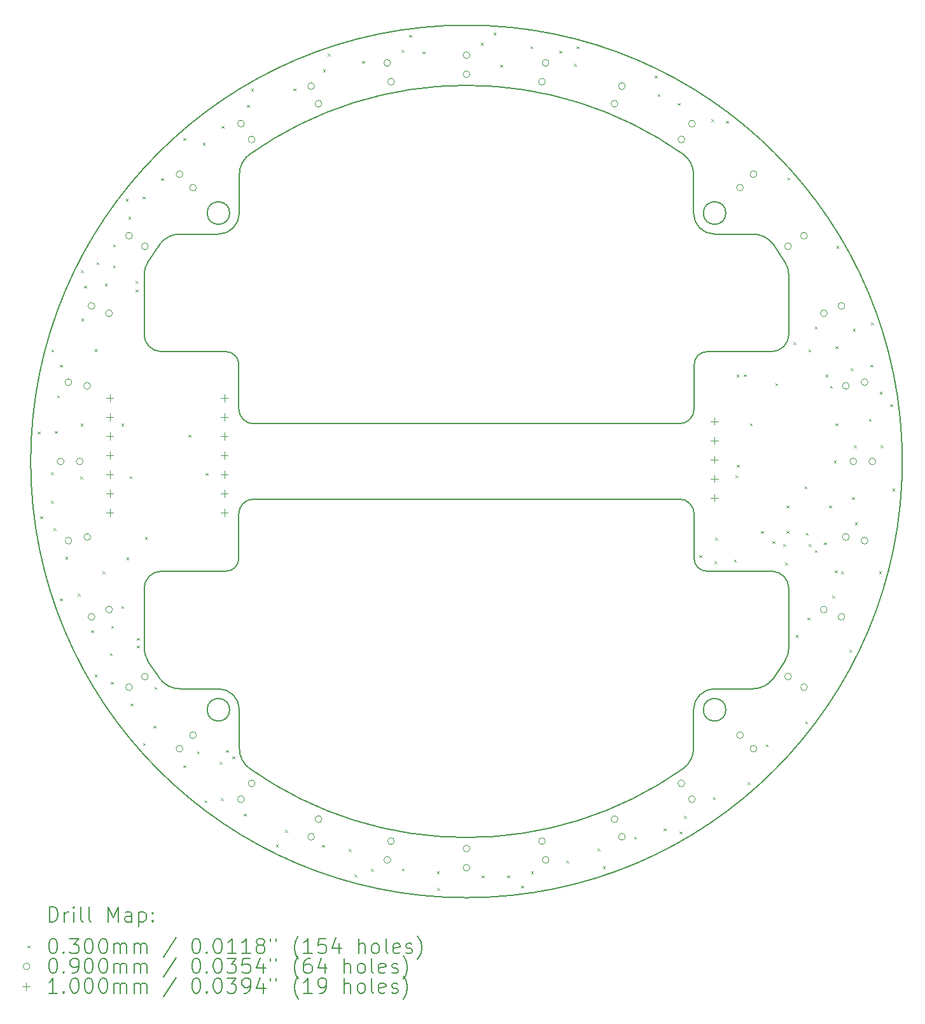
<source format=gbr>
%TF.GenerationSoftware,KiCad,Pcbnew,7.0.11*%
%TF.CreationDate,2025-03-06T22:38:01+09:00*%
%TF.ProjectId,Line_V2,4c696e65-5f56-4322-9e6b-696361645f70,rev?*%
%TF.SameCoordinates,Original*%
%TF.FileFunction,Drillmap*%
%TF.FilePolarity,Positive*%
%FSLAX45Y45*%
G04 Gerber Fmt 4.5, Leading zero omitted, Abs format (unit mm)*
G04 Created by KiCad (PCBNEW 7.0.11) date 2025-03-06 22:38:01*
%MOMM*%
%LPD*%
G01*
G04 APERTURE LIST*
%ADD10C,0.200000*%
%ADD11C,0.100000*%
G04 APERTURE END LIST*
D10*
X6977689Y-13301893D02*
G75*
G03*
X6698107Y-13022311I-279579J3D01*
G01*
X13022311Y-13301893D02*
X13022311Y-13815588D01*
X13022311Y-6184412D02*
X13022311Y-6698107D01*
X7117627Y-5914420D02*
G75*
G03*
X6977689Y-6184412I190483J-269990D01*
G01*
X6184412Y-6977692D02*
G75*
G03*
X5914423Y-7117629I-2J-330418D01*
G01*
X5914420Y-12882372D02*
G75*
G03*
X6184412Y-13022311I269990J190483D01*
G01*
X12882370Y-14085576D02*
G75*
G03*
X13022311Y-13815588I-190470J269986D01*
G01*
X13451893Y-13301893D02*
G75*
G03*
X13151893Y-13301893I-150000J0D01*
G01*
X13151893Y-13301893D02*
G75*
G03*
X13451893Y-13301893I150000J0D01*
G01*
X13030418Y-8710018D02*
X13030418Y-9300000D01*
X6969580Y-9300000D02*
G75*
G03*
X7169582Y-9500000I200000J0D01*
G01*
X7169582Y-10500002D02*
G75*
G03*
X6969582Y-10700000I-2J-199998D01*
G01*
X5709784Y-8310000D02*
X5709784Y-7525126D01*
X14290217Y-7525126D02*
G75*
G03*
X14239991Y-7350005I-330387J6D01*
G01*
X5709782Y-12474874D02*
G75*
G03*
X5760008Y-12649995I330418J4D01*
G01*
X6799982Y-8540418D02*
X5940202Y-8540418D01*
X14239991Y-12649995D02*
X14085577Y-12882371D01*
X6977692Y-13815588D02*
G75*
G03*
X7117629Y-14085577I330418J-2D01*
G01*
X13030417Y-11289982D02*
G75*
G03*
X13200018Y-11459582I169603J3D01*
G01*
X5709784Y-12474874D02*
X5709784Y-11690000D01*
X14290216Y-7525126D02*
X14290216Y-8310000D01*
X5914423Y-12882371D02*
X5760008Y-12649995D01*
X13815588Y-13022312D02*
G75*
G03*
X14085577Y-12882370I-8J330432D01*
G01*
X5709782Y-8310000D02*
G75*
G03*
X5940202Y-8540418I230418J0D01*
G01*
X6977689Y-13815588D02*
X6977689Y-13301893D01*
X6969582Y-9300000D02*
X6969582Y-8710018D01*
X6698107Y-6977689D02*
G75*
G03*
X6977689Y-6698107I0J279582D01*
G01*
X14290217Y-11690000D02*
G75*
G03*
X14059798Y-11459582I-230418J0D01*
G01*
X13451893Y-6698107D02*
G75*
G03*
X13151893Y-6698107I-150000J0D01*
G01*
X13151893Y-6698107D02*
G75*
G03*
X13451893Y-6698107I150000J0D01*
G01*
X13301893Y-6977689D02*
X13815588Y-6977689D01*
X7169582Y-10500000D02*
X12830418Y-10500000D01*
X14059798Y-8540418D02*
X13200018Y-8540418D01*
X6799982Y-11459582D02*
G75*
G03*
X6969582Y-11289982I-2J169602D01*
G01*
X6969582Y-8710018D02*
G75*
G03*
X6799982Y-8540418I-169603J-3D01*
G01*
X6698107Y-13022311D02*
X6184412Y-13022311D01*
X7117629Y-14085577D02*
G75*
G03*
X12882370Y-14085577I2882371J4085577D01*
G01*
X13030420Y-10700000D02*
G75*
G03*
X12830418Y-10500000I-200000J0D01*
G01*
X13200018Y-8540418D02*
G75*
G03*
X13030418Y-8710018I2J-169602D01*
G01*
X14239993Y-12649996D02*
G75*
G03*
X14290216Y-12474874I-280224J175126D01*
G01*
X13030418Y-10700000D02*
X13030418Y-11289982D01*
X5940202Y-11459584D02*
G75*
G03*
X5709784Y-11690000I-2J-230416D01*
G01*
X13815588Y-13022311D02*
X13301893Y-13022311D01*
X14085577Y-7117629D02*
X14239991Y-7350005D01*
X15800000Y-10000000D02*
G75*
G03*
X4200000Y-10000000I-5800000J0D01*
G01*
X4200000Y-10000000D02*
G75*
G03*
X15800000Y-10000000I5800000J0D01*
G01*
X5760010Y-7350006D02*
G75*
G03*
X5709784Y-7525126I280190J-175124D01*
G01*
X13200018Y-11459582D02*
X14059798Y-11459582D01*
X14059798Y-8540416D02*
G75*
G03*
X14290216Y-8310000I2J230416D01*
G01*
X6969582Y-11289982D02*
X6969582Y-10700000D01*
X13301893Y-13022311D02*
G75*
G03*
X13022311Y-13301893I-3J-279579D01*
G01*
X12830418Y-9499998D02*
G75*
G03*
X13030418Y-9300000I2J199998D01*
G01*
X6977689Y-6698107D02*
X6977689Y-6184412D01*
X5760008Y-7350005D02*
X5914423Y-7117629D01*
X5940202Y-11459582D02*
X6799982Y-11459582D01*
X13022311Y-6698107D02*
G75*
G03*
X13301893Y-6977689I279579J-3D01*
G01*
X6848107Y-13301893D02*
G75*
G03*
X6548107Y-13301893I-150000J0D01*
G01*
X6548107Y-13301893D02*
G75*
G03*
X6848107Y-13301893I150000J0D01*
G01*
X12830418Y-9500000D02*
X7169582Y-9500000D01*
X14085576Y-7117630D02*
G75*
G03*
X13815588Y-6977689I-269986J-190470D01*
G01*
X14290216Y-11690000D02*
X14290216Y-12474874D01*
X6184412Y-6977689D02*
X6698107Y-6977689D01*
X6848107Y-6698107D02*
G75*
G03*
X6548107Y-6698107I-150000J0D01*
G01*
X6548107Y-6698107D02*
G75*
G03*
X6848107Y-6698107I150000J0D01*
G01*
X13022308Y-6184412D02*
G75*
G03*
X12882371Y-5914423I-330418J2D01*
G01*
X12882370Y-5914423D02*
G75*
G03*
X7117629Y-5914423I-2882370J-4085577D01*
G01*
D11*
X4295000Y-9605000D02*
X4325000Y-9635000D01*
X4325000Y-9605000D02*
X4295000Y-9635000D01*
X4325000Y-10730000D02*
X4355000Y-10760000D01*
X4355000Y-10730000D02*
X4325000Y-10760000D01*
X4470000Y-10140000D02*
X4500000Y-10170000D01*
X4500000Y-10140000D02*
X4470000Y-10170000D01*
X4470000Y-10520000D02*
X4500000Y-10550000D01*
X4500000Y-10520000D02*
X4470000Y-10550000D01*
X4475000Y-8510000D02*
X4505000Y-8540000D01*
X4505000Y-8510000D02*
X4475000Y-8540000D01*
X4505000Y-10885000D02*
X4535000Y-10915000D01*
X4535000Y-10885000D02*
X4505000Y-10915000D01*
X4520000Y-9595000D02*
X4550000Y-9625000D01*
X4550000Y-9595000D02*
X4520000Y-9625000D01*
X4550000Y-9120000D02*
X4580000Y-9150000D01*
X4580000Y-9120000D02*
X4550000Y-9150000D01*
X4590000Y-8715000D02*
X4620000Y-8745000D01*
X4620000Y-8715000D02*
X4590000Y-8745000D01*
X4590000Y-11820000D02*
X4620000Y-11850000D01*
X4620000Y-11820000D02*
X4590000Y-11850000D01*
X4660000Y-11265000D02*
X4690000Y-11295000D01*
X4690000Y-11265000D02*
X4660000Y-11295000D01*
X4825000Y-11760000D02*
X4855000Y-11790000D01*
X4855000Y-11760000D02*
X4825000Y-11790000D01*
X4860000Y-10200000D02*
X4890000Y-10230000D01*
X4890000Y-10200000D02*
X4860000Y-10230000D01*
X4865000Y-9500000D02*
X4895000Y-9530000D01*
X4895000Y-9500000D02*
X4865000Y-9530000D01*
X4870000Y-7455000D02*
X4900000Y-7485000D01*
X4900000Y-7455000D02*
X4870000Y-7485000D01*
X4875000Y-8100000D02*
X4905000Y-8130000D01*
X4905000Y-8100000D02*
X4875000Y-8130000D01*
X4910000Y-7665000D02*
X4940000Y-7695000D01*
X4940000Y-7665000D02*
X4910000Y-7695000D01*
X5005000Y-12245000D02*
X5035000Y-12275000D01*
X5035000Y-12245000D02*
X5005000Y-12275000D01*
X5050000Y-8505000D02*
X5080000Y-8535000D01*
X5080000Y-8505000D02*
X5050000Y-8535000D01*
X5050000Y-12835000D02*
X5080000Y-12865000D01*
X5080000Y-12835000D02*
X5050000Y-12865000D01*
X5075000Y-7350000D02*
X5105000Y-7380000D01*
X5105000Y-7350000D02*
X5075000Y-7380000D01*
X5155000Y-11460000D02*
X5185000Y-11490000D01*
X5185000Y-11460000D02*
X5155000Y-11490000D01*
X5185000Y-7635000D02*
X5215000Y-7665000D01*
X5215000Y-7635000D02*
X5185000Y-7665000D01*
X5255000Y-12550000D02*
X5285000Y-12580000D01*
X5285000Y-12550000D02*
X5255000Y-12580000D01*
X5265000Y-12930000D02*
X5295000Y-12960000D01*
X5295000Y-12930000D02*
X5265000Y-12960000D01*
X5270000Y-12185000D02*
X5300000Y-12215000D01*
X5300000Y-12185000D02*
X5270000Y-12215000D01*
X5295000Y-7115000D02*
X5325000Y-7145000D01*
X5325000Y-7115000D02*
X5295000Y-7145000D01*
X5295000Y-7395000D02*
X5325000Y-7425000D01*
X5325000Y-7395000D02*
X5295000Y-7425000D01*
X5405000Y-9500000D02*
X5435000Y-9530000D01*
X5435000Y-9500000D02*
X5405000Y-9530000D01*
X5405000Y-11925000D02*
X5435000Y-11955000D01*
X5435000Y-11925000D02*
X5405000Y-11955000D01*
X5465000Y-6510000D02*
X5495000Y-6540000D01*
X5495000Y-6510000D02*
X5465000Y-6540000D01*
X5475000Y-11275000D02*
X5505000Y-11305000D01*
X5505000Y-11275000D02*
X5475000Y-11305000D01*
X5500000Y-6745000D02*
X5530000Y-6775000D01*
X5530000Y-6745000D02*
X5500000Y-6775000D01*
X5515000Y-10195000D02*
X5545000Y-10225000D01*
X5545000Y-10195000D02*
X5515000Y-10225000D01*
X5530000Y-13220000D02*
X5560000Y-13250000D01*
X5560000Y-13220000D02*
X5530000Y-13250000D01*
X5595000Y-7600000D02*
X5625000Y-7630000D01*
X5625000Y-7600000D02*
X5595000Y-7630000D01*
X5595000Y-7715000D02*
X5625000Y-7745000D01*
X5625000Y-7715000D02*
X5595000Y-7745000D01*
X5614784Y-12345000D02*
X5644784Y-12375000D01*
X5644784Y-12345000D02*
X5614784Y-12375000D01*
X5614784Y-12450000D02*
X5644784Y-12480000D01*
X5644784Y-12450000D02*
X5614784Y-12480000D01*
X5690000Y-6480000D02*
X5720000Y-6510000D01*
X5720000Y-6480000D02*
X5690000Y-6510000D01*
X5695000Y-13745000D02*
X5725000Y-13775000D01*
X5725000Y-13745000D02*
X5695000Y-13775000D01*
X5720000Y-11005000D02*
X5750000Y-11035000D01*
X5750000Y-11005000D02*
X5720000Y-11035000D01*
X5835000Y-13515000D02*
X5865000Y-13545000D01*
X5865000Y-13515000D02*
X5835000Y-13545000D01*
X5845000Y-13000000D02*
X5875000Y-13030000D01*
X5875000Y-13000000D02*
X5845000Y-13030000D01*
X5935000Y-6235000D02*
X5965000Y-6265000D01*
X5965000Y-6235000D02*
X5935000Y-6265000D01*
X6230000Y-5700000D02*
X6260000Y-5730000D01*
X6260000Y-5700000D02*
X6230000Y-5730000D01*
X6230000Y-14040000D02*
X6260000Y-14070000D01*
X6260000Y-14040000D02*
X6230000Y-14070000D01*
X6300000Y-9645000D02*
X6330000Y-9675000D01*
X6330000Y-9645000D02*
X6300000Y-9675000D01*
X6415000Y-13855000D02*
X6445000Y-13885000D01*
X6445000Y-13855000D02*
X6415000Y-13885000D01*
X6490000Y-5765000D02*
X6520000Y-5795000D01*
X6520000Y-5765000D02*
X6490000Y-5795000D01*
X6515000Y-14505000D02*
X6545000Y-14535000D01*
X6545000Y-14505000D02*
X6515000Y-14535000D01*
X6530000Y-10155000D02*
X6560000Y-10185000D01*
X6560000Y-10155000D02*
X6530000Y-10185000D01*
X6715000Y-13995000D02*
X6745000Y-14025000D01*
X6745000Y-13995000D02*
X6715000Y-14025000D01*
X6730000Y-14475000D02*
X6760000Y-14505000D01*
X6760000Y-14475000D02*
X6730000Y-14505000D01*
X6740000Y-5540000D02*
X6770000Y-5570000D01*
X6770000Y-5540000D02*
X6740000Y-5570000D01*
X6800000Y-13835000D02*
X6830000Y-13865000D01*
X6830000Y-13835000D02*
X6800000Y-13865000D01*
X6885000Y-13920000D02*
X6915000Y-13950000D01*
X6915000Y-13920000D02*
X6885000Y-13950000D01*
X7035000Y-14685000D02*
X7065000Y-14715000D01*
X7065000Y-14685000D02*
X7035000Y-14715000D01*
X7080000Y-5260000D02*
X7110000Y-5290000D01*
X7110000Y-5260000D02*
X7080000Y-5290000D01*
X7135000Y-5045000D02*
X7165000Y-5075000D01*
X7165000Y-5045000D02*
X7135000Y-5075000D01*
X7465000Y-15095000D02*
X7495000Y-15125000D01*
X7495000Y-15095000D02*
X7465000Y-15125000D01*
X7585000Y-14900000D02*
X7615000Y-14930000D01*
X7615000Y-14900000D02*
X7585000Y-14930000D01*
X7695000Y-5040000D02*
X7725000Y-5070000D01*
X7725000Y-5040000D02*
X7695000Y-5070000D01*
X8080000Y-15100000D02*
X8110000Y-15130000D01*
X8110000Y-15100000D02*
X8080000Y-15130000D01*
X8090000Y-4790000D02*
X8120000Y-4820000D01*
X8120000Y-4790000D02*
X8090000Y-4820000D01*
X8155000Y-4580000D02*
X8185000Y-4610000D01*
X8185000Y-4580000D02*
X8155000Y-4610000D01*
X8435000Y-15155000D02*
X8465000Y-15185000D01*
X8465000Y-15155000D02*
X8435000Y-15185000D01*
X8510000Y-15490000D02*
X8540000Y-15520000D01*
X8540000Y-15490000D02*
X8510000Y-15520000D01*
X8610000Y-4675000D02*
X8640000Y-4705000D01*
X8640000Y-4675000D02*
X8610000Y-4705000D01*
X8730000Y-15415000D02*
X8760000Y-15445000D01*
X8760000Y-15415000D02*
X8730000Y-15445000D01*
X9135000Y-4530000D02*
X9165000Y-4560000D01*
X9165000Y-4530000D02*
X9135000Y-4560000D01*
X9140000Y-15410000D02*
X9170000Y-15440000D01*
X9170000Y-15410000D02*
X9140000Y-15440000D01*
X9240000Y-4330000D02*
X9270000Y-4360000D01*
X9270000Y-4330000D02*
X9240000Y-4360000D01*
X9415000Y-4550000D02*
X9445000Y-4580000D01*
X9445000Y-4550000D02*
X9415000Y-4580000D01*
X9605000Y-15450000D02*
X9635000Y-15480000D01*
X9635000Y-15450000D02*
X9605000Y-15480000D01*
X9610000Y-15670000D02*
X9640000Y-15700000D01*
X9640000Y-15670000D02*
X9610000Y-15700000D01*
X10190000Y-4435000D02*
X10220000Y-4465000D01*
X10220000Y-4435000D02*
X10190000Y-4465000D01*
X10205000Y-15505000D02*
X10235000Y-15535000D01*
X10235000Y-15505000D02*
X10205000Y-15535000D01*
X10360000Y-4300000D02*
X10390000Y-4330000D01*
X10390000Y-4300000D02*
X10360000Y-4330000D01*
X10450000Y-4725000D02*
X10480000Y-4755000D01*
X10480000Y-4725000D02*
X10450000Y-4755000D01*
X10540000Y-15505000D02*
X10570000Y-15535000D01*
X10570000Y-15505000D02*
X10540000Y-15535000D01*
X10730000Y-15640000D02*
X10760000Y-15670000D01*
X10760000Y-15640000D02*
X10730000Y-15670000D01*
X10850000Y-4480000D02*
X10880000Y-4510000D01*
X10880000Y-4480000D02*
X10850000Y-4510000D01*
X10860000Y-15450000D02*
X10890000Y-15480000D01*
X10890000Y-15450000D02*
X10860000Y-15480000D01*
X11235000Y-4540000D02*
X11265000Y-4570000D01*
X11265000Y-4540000D02*
X11235000Y-4570000D01*
X11330000Y-15305000D02*
X11360000Y-15335000D01*
X11360000Y-15305000D02*
X11330000Y-15335000D01*
X11430000Y-4715000D02*
X11460000Y-4745000D01*
X11460000Y-4715000D02*
X11430000Y-4745000D01*
X11465000Y-4480000D02*
X11495000Y-4510000D01*
X11495000Y-4480000D02*
X11465000Y-4510000D01*
X11745000Y-15145000D02*
X11775000Y-15175000D01*
X11775000Y-15145000D02*
X11745000Y-15175000D01*
X11815000Y-15380000D02*
X11845000Y-15410000D01*
X11845000Y-15380000D02*
X11815000Y-15410000D01*
X12230000Y-14990000D02*
X12260000Y-15020000D01*
X12260000Y-14990000D02*
X12230000Y-15020000D01*
X12505000Y-4870000D02*
X12535000Y-4900000D01*
X12535000Y-4870000D02*
X12505000Y-4900000D01*
X12545000Y-5115000D02*
X12575000Y-5145000D01*
X12575000Y-5115000D02*
X12545000Y-5145000D01*
X12625000Y-14880000D02*
X12655000Y-14910000D01*
X12655000Y-14880000D02*
X12625000Y-14910000D01*
X12810000Y-5235000D02*
X12840000Y-5265000D01*
X12840000Y-5235000D02*
X12810000Y-5265000D01*
X12835000Y-14920000D02*
X12865000Y-14950000D01*
X12865000Y-14920000D02*
X12835000Y-14950000D01*
X12895000Y-14715000D02*
X12925000Y-14745000D01*
X12925000Y-14715000D02*
X12895000Y-14745000D01*
X13100000Y-11245000D02*
X13130000Y-11275000D01*
X13130000Y-11245000D02*
X13100000Y-11275000D01*
X13260000Y-5450000D02*
X13290000Y-5480000D01*
X13290000Y-5450000D02*
X13260000Y-5480000D01*
X13280000Y-14465000D02*
X13310000Y-14495000D01*
X13310000Y-14465000D02*
X13280000Y-14495000D01*
X13300000Y-11325000D02*
X13330000Y-11355000D01*
X13330000Y-11325000D02*
X13300000Y-11355000D01*
X13310000Y-11015000D02*
X13340000Y-11045000D01*
X13340000Y-11015000D02*
X13310000Y-11045000D01*
X13455000Y-5470000D02*
X13485000Y-5500000D01*
X13485000Y-5470000D02*
X13455000Y-5500000D01*
X13560000Y-11305000D02*
X13590000Y-11335000D01*
X13590000Y-11305000D02*
X13560000Y-11335000D01*
X13580000Y-10185000D02*
X13610000Y-10215000D01*
X13610000Y-10185000D02*
X13580000Y-10215000D01*
X13595000Y-8845000D02*
X13625000Y-8875000D01*
X13625000Y-8845000D02*
X13595000Y-8875000D01*
X13600000Y-10045000D02*
X13630000Y-10075000D01*
X13630000Y-10045000D02*
X13600000Y-10075000D01*
X13690000Y-8840000D02*
X13720000Y-8870000D01*
X13720000Y-8840000D02*
X13690000Y-8870000D01*
X13740000Y-14265000D02*
X13770000Y-14295000D01*
X13770000Y-14265000D02*
X13740000Y-14295000D01*
X13772426Y-9492427D02*
X13802426Y-9522427D01*
X13802426Y-9492427D02*
X13772426Y-9522427D01*
X13920000Y-10925000D02*
X13950000Y-10955000D01*
X13950000Y-10925000D02*
X13920000Y-10955000D01*
X13985000Y-13760000D02*
X14015000Y-13790000D01*
X14015000Y-13760000D02*
X13985000Y-13790000D01*
X14070000Y-11060000D02*
X14100000Y-11090000D01*
X14100000Y-11060000D02*
X14070000Y-11090000D01*
X14110000Y-8960000D02*
X14140000Y-8990000D01*
X14140000Y-8960000D02*
X14110000Y-8990000D01*
X14215000Y-11100000D02*
X14245000Y-11130000D01*
X14245000Y-11100000D02*
X14215000Y-11130000D01*
X14240000Y-11345000D02*
X14270000Y-11375000D01*
X14270000Y-11345000D02*
X14240000Y-11375000D01*
X14260000Y-10585000D02*
X14290000Y-10615000D01*
X14290000Y-10585000D02*
X14260000Y-10615000D01*
X14260000Y-10925000D02*
X14290000Y-10955000D01*
X14290000Y-10925000D02*
X14260000Y-10955000D01*
X14270000Y-6225000D02*
X14300000Y-6255000D01*
X14300000Y-6225000D02*
X14270000Y-6255000D01*
X14350000Y-8415000D02*
X14380000Y-8445000D01*
X14380000Y-8415000D02*
X14350000Y-8445000D01*
X14380000Y-12310000D02*
X14410000Y-12340000D01*
X14410000Y-12310000D02*
X14380000Y-12340000D01*
X14500000Y-10330000D02*
X14530000Y-10360000D01*
X14530000Y-10330000D02*
X14500000Y-10360000D01*
X14510000Y-13455000D02*
X14540000Y-13485000D01*
X14540000Y-13455000D02*
X14510000Y-13485000D01*
X14515000Y-10950000D02*
X14545000Y-10980000D01*
X14545000Y-10950000D02*
X14515000Y-10980000D01*
X14540000Y-12075000D02*
X14570000Y-12105000D01*
X14570000Y-12075000D02*
X14540000Y-12105000D01*
X14550000Y-8510000D02*
X14580000Y-8540000D01*
X14580000Y-8510000D02*
X14550000Y-8540000D01*
X14555000Y-11100000D02*
X14585000Y-11130000D01*
X14585000Y-11100000D02*
X14555000Y-11130000D01*
X14635000Y-8205000D02*
X14665000Y-8235000D01*
X14665000Y-8205000D02*
X14635000Y-8235000D01*
X14635000Y-11180000D02*
X14665000Y-11210000D01*
X14665000Y-11180000D02*
X14635000Y-11210000D01*
X14760000Y-11075000D02*
X14790000Y-11105000D01*
X14790000Y-11075000D02*
X14760000Y-11105000D01*
X14780000Y-8845000D02*
X14810000Y-8875000D01*
X14810000Y-8845000D02*
X14780000Y-8875000D01*
X14825000Y-10585000D02*
X14855000Y-10615000D01*
X14855000Y-10585000D02*
X14825000Y-10615000D01*
X14840000Y-8995000D02*
X14870000Y-9025000D01*
X14870000Y-8995000D02*
X14840000Y-9025000D01*
X14870000Y-11785000D02*
X14900000Y-11815000D01*
X14900000Y-11785000D02*
X14870000Y-11815000D01*
X14890000Y-9990000D02*
X14920000Y-10020000D01*
X14920000Y-9990000D02*
X14890000Y-10020000D01*
X14900000Y-11450000D02*
X14930000Y-11480000D01*
X14930000Y-11450000D02*
X14900000Y-11480000D01*
X14910000Y-8470000D02*
X14940000Y-8500000D01*
X14940000Y-8470000D02*
X14910000Y-8500000D01*
X14910000Y-9495000D02*
X14940000Y-9525000D01*
X14940000Y-9495000D02*
X14910000Y-9525000D01*
X14925000Y-7135000D02*
X14955000Y-7165000D01*
X14955000Y-7135000D02*
X14925000Y-7165000D01*
X14985000Y-11460000D02*
X15015000Y-11490000D01*
X15015000Y-11460000D02*
X14985000Y-11490000D01*
X15095000Y-12505000D02*
X15125000Y-12535000D01*
X15125000Y-12505000D02*
X15095000Y-12535000D01*
X15115000Y-8760000D02*
X15145000Y-8790000D01*
X15145000Y-8760000D02*
X15115000Y-8790000D01*
X15130000Y-10475000D02*
X15160000Y-10505000D01*
X15160000Y-10475000D02*
X15130000Y-10505000D01*
X15145000Y-8235000D02*
X15175000Y-8265000D01*
X15175000Y-8235000D02*
X15145000Y-8265000D01*
X15155000Y-9785000D02*
X15185000Y-9815000D01*
X15185000Y-9785000D02*
X15155000Y-9815000D01*
X15170000Y-10810000D02*
X15200000Y-10840000D01*
X15200000Y-10810000D02*
X15170000Y-10840000D01*
X15355000Y-9435000D02*
X15385000Y-9465000D01*
X15385000Y-9435000D02*
X15355000Y-9465000D01*
X15375000Y-8715000D02*
X15405000Y-8745000D01*
X15405000Y-8715000D02*
X15375000Y-8745000D01*
X15385000Y-8150000D02*
X15415000Y-8180000D01*
X15415000Y-8150000D02*
X15385000Y-8180000D01*
X15490000Y-11460000D02*
X15520000Y-11490000D01*
X15520000Y-11460000D02*
X15490000Y-11490000D01*
X15500000Y-9075000D02*
X15530000Y-9105000D01*
X15530000Y-9075000D02*
X15500000Y-9105000D01*
X15510000Y-9785000D02*
X15540000Y-9815000D01*
X15540000Y-9785000D02*
X15510000Y-9815000D01*
X15640000Y-9240000D02*
X15670000Y-9270000D01*
X15670000Y-9240000D02*
X15640000Y-9270000D01*
X15670000Y-10360000D02*
X15700000Y-10390000D01*
X15700000Y-10360000D02*
X15670000Y-10390000D01*
X4643500Y-10000000D02*
G75*
G03*
X4553500Y-10000000I-45000J0D01*
G01*
X4553500Y-10000000D02*
G75*
G03*
X4643500Y-10000000I45000J0D01*
G01*
X4747288Y-8946220D02*
G75*
G03*
X4657288Y-8946220I-45000J0D01*
G01*
X4657288Y-8946220D02*
G75*
G03*
X4747288Y-8946220I45000J0D01*
G01*
X4748759Y-11053488D02*
G75*
G03*
X4658759Y-11053488I-45000J0D01*
G01*
X4658759Y-11053488D02*
G75*
G03*
X4748759Y-11053488I45000J0D01*
G01*
X4897500Y-10000000D02*
G75*
G03*
X4807500Y-10000000I-45000J0D01*
G01*
X4807500Y-10000000D02*
G75*
G03*
X4897500Y-10000000I45000J0D01*
G01*
X4996408Y-8995773D02*
G75*
G03*
X4906408Y-8995773I-45000J0D01*
G01*
X4906408Y-8995773D02*
G75*
G03*
X4996408Y-8995773I45000J0D01*
G01*
X4997879Y-11003935D02*
G75*
G03*
X4907879Y-11003935I-45000J0D01*
G01*
X4907879Y-11003935D02*
G75*
G03*
X4997879Y-11003935I45000J0D01*
G01*
X5054665Y-7932935D02*
G75*
G03*
X4964665Y-7932935I-45000J0D01*
G01*
X4964665Y-7932935D02*
G75*
G03*
X5054665Y-7932935I45000J0D01*
G01*
X5054665Y-12067064D02*
G75*
G03*
X4964665Y-12067064I-45000J0D01*
G01*
X4964665Y-12067064D02*
G75*
G03*
X5054665Y-12067064I45000J0D01*
G01*
X5289330Y-8030137D02*
G75*
G03*
X5199330Y-8030137I-45000J0D01*
G01*
X5199330Y-8030137D02*
G75*
G03*
X5289330Y-8030137I45000J0D01*
G01*
X5289330Y-11969863D02*
G75*
G03*
X5199330Y-11969863I-45000J0D01*
G01*
X5199330Y-11969863D02*
G75*
G03*
X5289330Y-11969863I45000J0D01*
G01*
X5553817Y-6999087D02*
G75*
G03*
X5463817Y-6999087I-45000J0D01*
G01*
X5463817Y-6999087D02*
G75*
G03*
X5553817Y-6999087I45000J0D01*
G01*
X5553817Y-13000912D02*
G75*
G03*
X5463817Y-13000912I-45000J0D01*
G01*
X5463817Y-13000912D02*
G75*
G03*
X5553817Y-13000912I45000J0D01*
G01*
X5765010Y-7140202D02*
G75*
G03*
X5675010Y-7140202I-45000J0D01*
G01*
X5675010Y-7140202D02*
G75*
G03*
X5765010Y-7140202I45000J0D01*
G01*
X5765010Y-12859798D02*
G75*
G03*
X5675010Y-12859798I-45000J0D01*
G01*
X5675010Y-12859798D02*
G75*
G03*
X5765010Y-12859798I45000J0D01*
G01*
X6225563Y-6180563D02*
G75*
G03*
X6135563Y-6180563I-45000J0D01*
G01*
X6135563Y-6180563D02*
G75*
G03*
X6225563Y-6180563I45000J0D01*
G01*
X6225563Y-13819437D02*
G75*
G03*
X6135563Y-13819437I-45000J0D01*
G01*
X6135563Y-13819437D02*
G75*
G03*
X6225563Y-13819437I45000J0D01*
G01*
X6405168Y-6360168D02*
G75*
G03*
X6315168Y-6360168I-45000J0D01*
G01*
X6315168Y-6360168D02*
G75*
G03*
X6405168Y-6360168I45000J0D01*
G01*
X6405168Y-13639832D02*
G75*
G03*
X6315168Y-13639832I-45000J0D01*
G01*
X6315168Y-13639832D02*
G75*
G03*
X6405168Y-13639832I45000J0D01*
G01*
X7044087Y-5508817D02*
G75*
G03*
X6954087Y-5508817I-45000J0D01*
G01*
X6954087Y-5508817D02*
G75*
G03*
X7044087Y-5508817I45000J0D01*
G01*
X7044087Y-14491183D02*
G75*
G03*
X6954087Y-14491183I-45000J0D01*
G01*
X6954087Y-14491183D02*
G75*
G03*
X7044087Y-14491183I45000J0D01*
G01*
X7185202Y-5720010D02*
G75*
G03*
X7095202Y-5720010I-45000J0D01*
G01*
X7095202Y-5720010D02*
G75*
G03*
X7185202Y-5720010I45000J0D01*
G01*
X7185202Y-14279990D02*
G75*
G03*
X7095202Y-14279990I-45000J0D01*
G01*
X7095202Y-14279990D02*
G75*
G03*
X7185202Y-14279990I45000J0D01*
G01*
X7977935Y-5009665D02*
G75*
G03*
X7887935Y-5009665I-45000J0D01*
G01*
X7887935Y-5009665D02*
G75*
G03*
X7977935Y-5009665I45000J0D01*
G01*
X7977935Y-14990335D02*
G75*
G03*
X7887935Y-14990335I-45000J0D01*
G01*
X7887935Y-14990335D02*
G75*
G03*
X7977935Y-14990335I45000J0D01*
G01*
X8075137Y-5244330D02*
G75*
G03*
X7985137Y-5244330I-45000J0D01*
G01*
X7985137Y-5244330D02*
G75*
G03*
X8075137Y-5244330I45000J0D01*
G01*
X8075137Y-14755670D02*
G75*
G03*
X7985137Y-14755670I-45000J0D01*
G01*
X7985137Y-14755670D02*
G75*
G03*
X8075137Y-14755670I45000J0D01*
G01*
X8991220Y-4702288D02*
G75*
G03*
X8901220Y-4702288I-45000J0D01*
G01*
X8901220Y-4702288D02*
G75*
G03*
X8991220Y-4702288I45000J0D01*
G01*
X8991220Y-15297712D02*
G75*
G03*
X8901220Y-15297712I-45000J0D01*
G01*
X8901220Y-15297712D02*
G75*
G03*
X8991220Y-15297712I45000J0D01*
G01*
X9040773Y-4951408D02*
G75*
G03*
X8950773Y-4951408I-45000J0D01*
G01*
X8950773Y-4951408D02*
G75*
G03*
X9040773Y-4951408I45000J0D01*
G01*
X9040773Y-15048592D02*
G75*
G03*
X8950773Y-15048592I-45000J0D01*
G01*
X8950773Y-15048592D02*
G75*
G03*
X9040773Y-15048592I45000J0D01*
G01*
X10045000Y-4598500D02*
G75*
G03*
X9955000Y-4598500I-45000J0D01*
G01*
X9955000Y-4598500D02*
G75*
G03*
X10045000Y-4598500I45000J0D01*
G01*
X10045000Y-4852500D02*
G75*
G03*
X9955000Y-4852500I-45000J0D01*
G01*
X9955000Y-4852500D02*
G75*
G03*
X10045000Y-4852500I45000J0D01*
G01*
X10045000Y-15147500D02*
G75*
G03*
X9955000Y-15147500I-45000J0D01*
G01*
X9955000Y-15147500D02*
G75*
G03*
X10045000Y-15147500I45000J0D01*
G01*
X10045000Y-15401500D02*
G75*
G03*
X9955000Y-15401500I-45000J0D01*
G01*
X9955000Y-15401500D02*
G75*
G03*
X10045000Y-15401500I45000J0D01*
G01*
X11049227Y-4951408D02*
G75*
G03*
X10959227Y-4951408I-45000J0D01*
G01*
X10959227Y-4951408D02*
G75*
G03*
X11049227Y-4951408I45000J0D01*
G01*
X11049227Y-15048592D02*
G75*
G03*
X10959227Y-15048592I-45000J0D01*
G01*
X10959227Y-15048592D02*
G75*
G03*
X11049227Y-15048592I45000J0D01*
G01*
X11098780Y-4702288D02*
G75*
G03*
X11008780Y-4702288I-45000J0D01*
G01*
X11008780Y-4702288D02*
G75*
G03*
X11098780Y-4702288I45000J0D01*
G01*
X11098780Y-15297712D02*
G75*
G03*
X11008780Y-15297712I-45000J0D01*
G01*
X11008780Y-15297712D02*
G75*
G03*
X11098780Y-15297712I45000J0D01*
G01*
X12014863Y-5244330D02*
G75*
G03*
X11924863Y-5244330I-45000J0D01*
G01*
X11924863Y-5244330D02*
G75*
G03*
X12014863Y-5244330I45000J0D01*
G01*
X12014863Y-14755670D02*
G75*
G03*
X11924863Y-14755670I-45000J0D01*
G01*
X11924863Y-14755670D02*
G75*
G03*
X12014863Y-14755670I45000J0D01*
G01*
X12112064Y-5009665D02*
G75*
G03*
X12022064Y-5009665I-45000J0D01*
G01*
X12022064Y-5009665D02*
G75*
G03*
X12112064Y-5009665I45000J0D01*
G01*
X12112064Y-14990335D02*
G75*
G03*
X12022064Y-14990335I-45000J0D01*
G01*
X12022064Y-14990335D02*
G75*
G03*
X12112064Y-14990335I45000J0D01*
G01*
X12904798Y-5720010D02*
G75*
G03*
X12814798Y-5720010I-45000J0D01*
G01*
X12814798Y-5720010D02*
G75*
G03*
X12904798Y-5720010I45000J0D01*
G01*
X12904798Y-14279990D02*
G75*
G03*
X12814798Y-14279990I-45000J0D01*
G01*
X12814798Y-14279990D02*
G75*
G03*
X12904798Y-14279990I45000J0D01*
G01*
X13045912Y-5508817D02*
G75*
G03*
X12955912Y-5508817I-45000J0D01*
G01*
X12955912Y-5508817D02*
G75*
G03*
X13045912Y-5508817I45000J0D01*
G01*
X13045912Y-14491183D02*
G75*
G03*
X12955912Y-14491183I-45000J0D01*
G01*
X12955912Y-14491183D02*
G75*
G03*
X13045912Y-14491183I45000J0D01*
G01*
X13684832Y-6360168D02*
G75*
G03*
X13594832Y-6360168I-45000J0D01*
G01*
X13594832Y-6360168D02*
G75*
G03*
X13684832Y-6360168I45000J0D01*
G01*
X13684832Y-13639832D02*
G75*
G03*
X13594832Y-13639832I-45000J0D01*
G01*
X13594832Y-13639832D02*
G75*
G03*
X13684832Y-13639832I45000J0D01*
G01*
X13864437Y-6180563D02*
G75*
G03*
X13774437Y-6180563I-45000J0D01*
G01*
X13774437Y-6180563D02*
G75*
G03*
X13864437Y-6180563I45000J0D01*
G01*
X13864437Y-13819437D02*
G75*
G03*
X13774437Y-13819437I-45000J0D01*
G01*
X13774437Y-13819437D02*
G75*
G03*
X13864437Y-13819437I45000J0D01*
G01*
X14324990Y-7140202D02*
G75*
G03*
X14234990Y-7140202I-45000J0D01*
G01*
X14234990Y-7140202D02*
G75*
G03*
X14324990Y-7140202I45000J0D01*
G01*
X14324990Y-12859798D02*
G75*
G03*
X14234990Y-12859798I-45000J0D01*
G01*
X14234990Y-12859798D02*
G75*
G03*
X14324990Y-12859798I45000J0D01*
G01*
X14536183Y-6999087D02*
G75*
G03*
X14446183Y-6999087I-45000J0D01*
G01*
X14446183Y-6999087D02*
G75*
G03*
X14536183Y-6999087I45000J0D01*
G01*
X14536183Y-13000912D02*
G75*
G03*
X14446183Y-13000912I-45000J0D01*
G01*
X14446183Y-13000912D02*
G75*
G03*
X14536183Y-13000912I45000J0D01*
G01*
X14800670Y-8030137D02*
G75*
G03*
X14710670Y-8030137I-45000J0D01*
G01*
X14710670Y-8030137D02*
G75*
G03*
X14800670Y-8030137I45000J0D01*
G01*
X14800670Y-11969863D02*
G75*
G03*
X14710670Y-11969863I-45000J0D01*
G01*
X14710670Y-11969863D02*
G75*
G03*
X14800670Y-11969863I45000J0D01*
G01*
X15035335Y-7932935D02*
G75*
G03*
X14945335Y-7932935I-45000J0D01*
G01*
X14945335Y-7932935D02*
G75*
G03*
X15035335Y-7932935I45000J0D01*
G01*
X15035335Y-12067064D02*
G75*
G03*
X14945335Y-12067064I-45000J0D01*
G01*
X14945335Y-12067064D02*
G75*
G03*
X15035335Y-12067064I45000J0D01*
G01*
X15093592Y-8995773D02*
G75*
G03*
X15003592Y-8995773I-45000J0D01*
G01*
X15003592Y-8995773D02*
G75*
G03*
X15093592Y-8995773I45000J0D01*
G01*
X15093592Y-11004227D02*
G75*
G03*
X15003592Y-11004227I-45000J0D01*
G01*
X15003592Y-11004227D02*
G75*
G03*
X15093592Y-11004227I45000J0D01*
G01*
X15192500Y-10000000D02*
G75*
G03*
X15102500Y-10000000I-45000J0D01*
G01*
X15102500Y-10000000D02*
G75*
G03*
X15192500Y-10000000I45000J0D01*
G01*
X15342712Y-8946220D02*
G75*
G03*
X15252712Y-8946220I-45000J0D01*
G01*
X15252712Y-8946220D02*
G75*
G03*
X15342712Y-8946220I45000J0D01*
G01*
X15342712Y-11053780D02*
G75*
G03*
X15252712Y-11053780I-45000J0D01*
G01*
X15252712Y-11053780D02*
G75*
G03*
X15342712Y-11053780I45000J0D01*
G01*
X15446500Y-10000000D02*
G75*
G03*
X15356500Y-10000000I-45000J0D01*
G01*
X15356500Y-10000000D02*
G75*
G03*
X15446500Y-10000000I45000J0D01*
G01*
X5252840Y-9104980D02*
X5252840Y-9204980D01*
X5202840Y-9154980D02*
X5302840Y-9154980D01*
X5252840Y-9358980D02*
X5252840Y-9458980D01*
X5202840Y-9408980D02*
X5302840Y-9408980D01*
X5252840Y-9612980D02*
X5252840Y-9712980D01*
X5202840Y-9662980D02*
X5302840Y-9662980D01*
X5252840Y-9866980D02*
X5252840Y-9966980D01*
X5202840Y-9916980D02*
X5302840Y-9916980D01*
X5252840Y-10120980D02*
X5252840Y-10220980D01*
X5202840Y-10170980D02*
X5302840Y-10170980D01*
X5252840Y-10374980D02*
X5252840Y-10474980D01*
X5202840Y-10424980D02*
X5302840Y-10424980D01*
X5252840Y-10628980D02*
X5252840Y-10728980D01*
X5202840Y-10678980D02*
X5302840Y-10678980D01*
X6776840Y-9104980D02*
X6776840Y-9204980D01*
X6726840Y-9154980D02*
X6826840Y-9154980D01*
X6776840Y-9358980D02*
X6776840Y-9458980D01*
X6726840Y-9408980D02*
X6826840Y-9408980D01*
X6776840Y-9612980D02*
X6776840Y-9712980D01*
X6726840Y-9662980D02*
X6826840Y-9662980D01*
X6776840Y-9866980D02*
X6776840Y-9966980D01*
X6726840Y-9916980D02*
X6826840Y-9916980D01*
X6776840Y-10120980D02*
X6776840Y-10220980D01*
X6726840Y-10170980D02*
X6826840Y-10170980D01*
X6776840Y-10374980D02*
X6776840Y-10474980D01*
X6726840Y-10424980D02*
X6826840Y-10424980D01*
X6776840Y-10628980D02*
X6776840Y-10728980D01*
X6726840Y-10678980D02*
X6826840Y-10678980D01*
X13300000Y-9416500D02*
X13300000Y-9516500D01*
X13250000Y-9466500D02*
X13350000Y-9466500D01*
X13300000Y-9670500D02*
X13300000Y-9770500D01*
X13250000Y-9720500D02*
X13350000Y-9720500D01*
X13300000Y-9924500D02*
X13300000Y-10024500D01*
X13250000Y-9974500D02*
X13350000Y-9974500D01*
X13300000Y-10178500D02*
X13300000Y-10278500D01*
X13250000Y-10228500D02*
X13350000Y-10228500D01*
X13300000Y-10432500D02*
X13300000Y-10532500D01*
X13250000Y-10482500D02*
X13350000Y-10482500D01*
D10*
X4450777Y-16121484D02*
X4450777Y-15921484D01*
X4450777Y-15921484D02*
X4498396Y-15921484D01*
X4498396Y-15921484D02*
X4526967Y-15931008D01*
X4526967Y-15931008D02*
X4546015Y-15950055D01*
X4546015Y-15950055D02*
X4555539Y-15969103D01*
X4555539Y-15969103D02*
X4565063Y-16007198D01*
X4565063Y-16007198D02*
X4565063Y-16035769D01*
X4565063Y-16035769D02*
X4555539Y-16073865D01*
X4555539Y-16073865D02*
X4546015Y-16092912D01*
X4546015Y-16092912D02*
X4526967Y-16111960D01*
X4526967Y-16111960D02*
X4498396Y-16121484D01*
X4498396Y-16121484D02*
X4450777Y-16121484D01*
X4650777Y-16121484D02*
X4650777Y-15988150D01*
X4650777Y-16026246D02*
X4660301Y-16007198D01*
X4660301Y-16007198D02*
X4669824Y-15997674D01*
X4669824Y-15997674D02*
X4688872Y-15988150D01*
X4688872Y-15988150D02*
X4707920Y-15988150D01*
X4774586Y-16121484D02*
X4774586Y-15988150D01*
X4774586Y-15921484D02*
X4765063Y-15931008D01*
X4765063Y-15931008D02*
X4774586Y-15940531D01*
X4774586Y-15940531D02*
X4784110Y-15931008D01*
X4784110Y-15931008D02*
X4774586Y-15921484D01*
X4774586Y-15921484D02*
X4774586Y-15940531D01*
X4898396Y-16121484D02*
X4879348Y-16111960D01*
X4879348Y-16111960D02*
X4869824Y-16092912D01*
X4869824Y-16092912D02*
X4869824Y-15921484D01*
X5003158Y-16121484D02*
X4984110Y-16111960D01*
X4984110Y-16111960D02*
X4974586Y-16092912D01*
X4974586Y-16092912D02*
X4974586Y-15921484D01*
X5231729Y-16121484D02*
X5231729Y-15921484D01*
X5231729Y-15921484D02*
X5298396Y-16064341D01*
X5298396Y-16064341D02*
X5365063Y-15921484D01*
X5365063Y-15921484D02*
X5365063Y-16121484D01*
X5546015Y-16121484D02*
X5546015Y-16016722D01*
X5546015Y-16016722D02*
X5536491Y-15997674D01*
X5536491Y-15997674D02*
X5517444Y-15988150D01*
X5517444Y-15988150D02*
X5479348Y-15988150D01*
X5479348Y-15988150D02*
X5460301Y-15997674D01*
X5546015Y-16111960D02*
X5526967Y-16121484D01*
X5526967Y-16121484D02*
X5479348Y-16121484D01*
X5479348Y-16121484D02*
X5460301Y-16111960D01*
X5460301Y-16111960D02*
X5450777Y-16092912D01*
X5450777Y-16092912D02*
X5450777Y-16073865D01*
X5450777Y-16073865D02*
X5460301Y-16054817D01*
X5460301Y-16054817D02*
X5479348Y-16045293D01*
X5479348Y-16045293D02*
X5526967Y-16045293D01*
X5526967Y-16045293D02*
X5546015Y-16035769D01*
X5641253Y-15988150D02*
X5641253Y-16188150D01*
X5641253Y-15997674D02*
X5660301Y-15988150D01*
X5660301Y-15988150D02*
X5698396Y-15988150D01*
X5698396Y-15988150D02*
X5717443Y-15997674D01*
X5717443Y-15997674D02*
X5726967Y-16007198D01*
X5726967Y-16007198D02*
X5736491Y-16026246D01*
X5736491Y-16026246D02*
X5736491Y-16083388D01*
X5736491Y-16083388D02*
X5726967Y-16102436D01*
X5726967Y-16102436D02*
X5717443Y-16111960D01*
X5717443Y-16111960D02*
X5698396Y-16121484D01*
X5698396Y-16121484D02*
X5660301Y-16121484D01*
X5660301Y-16121484D02*
X5641253Y-16111960D01*
X5822205Y-16102436D02*
X5831729Y-16111960D01*
X5831729Y-16111960D02*
X5822205Y-16121484D01*
X5822205Y-16121484D02*
X5812682Y-16111960D01*
X5812682Y-16111960D02*
X5822205Y-16102436D01*
X5822205Y-16102436D02*
X5822205Y-16121484D01*
X5822205Y-15997674D02*
X5831729Y-16007198D01*
X5831729Y-16007198D02*
X5822205Y-16016722D01*
X5822205Y-16016722D02*
X5812682Y-16007198D01*
X5812682Y-16007198D02*
X5822205Y-15997674D01*
X5822205Y-15997674D02*
X5822205Y-16016722D01*
D11*
X4160000Y-16435000D02*
X4190000Y-16465000D01*
X4190000Y-16435000D02*
X4160000Y-16465000D01*
D10*
X4488872Y-16341484D02*
X4507920Y-16341484D01*
X4507920Y-16341484D02*
X4526967Y-16351008D01*
X4526967Y-16351008D02*
X4536491Y-16360531D01*
X4536491Y-16360531D02*
X4546015Y-16379579D01*
X4546015Y-16379579D02*
X4555539Y-16417674D01*
X4555539Y-16417674D02*
X4555539Y-16465293D01*
X4555539Y-16465293D02*
X4546015Y-16503388D01*
X4546015Y-16503388D02*
X4536491Y-16522436D01*
X4536491Y-16522436D02*
X4526967Y-16531960D01*
X4526967Y-16531960D02*
X4507920Y-16541484D01*
X4507920Y-16541484D02*
X4488872Y-16541484D01*
X4488872Y-16541484D02*
X4469824Y-16531960D01*
X4469824Y-16531960D02*
X4460301Y-16522436D01*
X4460301Y-16522436D02*
X4450777Y-16503388D01*
X4450777Y-16503388D02*
X4441253Y-16465293D01*
X4441253Y-16465293D02*
X4441253Y-16417674D01*
X4441253Y-16417674D02*
X4450777Y-16379579D01*
X4450777Y-16379579D02*
X4460301Y-16360531D01*
X4460301Y-16360531D02*
X4469824Y-16351008D01*
X4469824Y-16351008D02*
X4488872Y-16341484D01*
X4641253Y-16522436D02*
X4650777Y-16531960D01*
X4650777Y-16531960D02*
X4641253Y-16541484D01*
X4641253Y-16541484D02*
X4631729Y-16531960D01*
X4631729Y-16531960D02*
X4641253Y-16522436D01*
X4641253Y-16522436D02*
X4641253Y-16541484D01*
X4717444Y-16341484D02*
X4841253Y-16341484D01*
X4841253Y-16341484D02*
X4774586Y-16417674D01*
X4774586Y-16417674D02*
X4803158Y-16417674D01*
X4803158Y-16417674D02*
X4822205Y-16427198D01*
X4822205Y-16427198D02*
X4831729Y-16436722D01*
X4831729Y-16436722D02*
X4841253Y-16455769D01*
X4841253Y-16455769D02*
X4841253Y-16503388D01*
X4841253Y-16503388D02*
X4831729Y-16522436D01*
X4831729Y-16522436D02*
X4822205Y-16531960D01*
X4822205Y-16531960D02*
X4803158Y-16541484D01*
X4803158Y-16541484D02*
X4746015Y-16541484D01*
X4746015Y-16541484D02*
X4726967Y-16531960D01*
X4726967Y-16531960D02*
X4717444Y-16522436D01*
X4965063Y-16341484D02*
X4984110Y-16341484D01*
X4984110Y-16341484D02*
X5003158Y-16351008D01*
X5003158Y-16351008D02*
X5012682Y-16360531D01*
X5012682Y-16360531D02*
X5022205Y-16379579D01*
X5022205Y-16379579D02*
X5031729Y-16417674D01*
X5031729Y-16417674D02*
X5031729Y-16465293D01*
X5031729Y-16465293D02*
X5022205Y-16503388D01*
X5022205Y-16503388D02*
X5012682Y-16522436D01*
X5012682Y-16522436D02*
X5003158Y-16531960D01*
X5003158Y-16531960D02*
X4984110Y-16541484D01*
X4984110Y-16541484D02*
X4965063Y-16541484D01*
X4965063Y-16541484D02*
X4946015Y-16531960D01*
X4946015Y-16531960D02*
X4936491Y-16522436D01*
X4936491Y-16522436D02*
X4926967Y-16503388D01*
X4926967Y-16503388D02*
X4917444Y-16465293D01*
X4917444Y-16465293D02*
X4917444Y-16417674D01*
X4917444Y-16417674D02*
X4926967Y-16379579D01*
X4926967Y-16379579D02*
X4936491Y-16360531D01*
X4936491Y-16360531D02*
X4946015Y-16351008D01*
X4946015Y-16351008D02*
X4965063Y-16341484D01*
X5155539Y-16341484D02*
X5174586Y-16341484D01*
X5174586Y-16341484D02*
X5193634Y-16351008D01*
X5193634Y-16351008D02*
X5203158Y-16360531D01*
X5203158Y-16360531D02*
X5212682Y-16379579D01*
X5212682Y-16379579D02*
X5222205Y-16417674D01*
X5222205Y-16417674D02*
X5222205Y-16465293D01*
X5222205Y-16465293D02*
X5212682Y-16503388D01*
X5212682Y-16503388D02*
X5203158Y-16522436D01*
X5203158Y-16522436D02*
X5193634Y-16531960D01*
X5193634Y-16531960D02*
X5174586Y-16541484D01*
X5174586Y-16541484D02*
X5155539Y-16541484D01*
X5155539Y-16541484D02*
X5136491Y-16531960D01*
X5136491Y-16531960D02*
X5126967Y-16522436D01*
X5126967Y-16522436D02*
X5117444Y-16503388D01*
X5117444Y-16503388D02*
X5107920Y-16465293D01*
X5107920Y-16465293D02*
X5107920Y-16417674D01*
X5107920Y-16417674D02*
X5117444Y-16379579D01*
X5117444Y-16379579D02*
X5126967Y-16360531D01*
X5126967Y-16360531D02*
X5136491Y-16351008D01*
X5136491Y-16351008D02*
X5155539Y-16341484D01*
X5307920Y-16541484D02*
X5307920Y-16408150D01*
X5307920Y-16427198D02*
X5317444Y-16417674D01*
X5317444Y-16417674D02*
X5336491Y-16408150D01*
X5336491Y-16408150D02*
X5365063Y-16408150D01*
X5365063Y-16408150D02*
X5384110Y-16417674D01*
X5384110Y-16417674D02*
X5393634Y-16436722D01*
X5393634Y-16436722D02*
X5393634Y-16541484D01*
X5393634Y-16436722D02*
X5403158Y-16417674D01*
X5403158Y-16417674D02*
X5422205Y-16408150D01*
X5422205Y-16408150D02*
X5450777Y-16408150D01*
X5450777Y-16408150D02*
X5469825Y-16417674D01*
X5469825Y-16417674D02*
X5479348Y-16436722D01*
X5479348Y-16436722D02*
X5479348Y-16541484D01*
X5574586Y-16541484D02*
X5574586Y-16408150D01*
X5574586Y-16427198D02*
X5584110Y-16417674D01*
X5584110Y-16417674D02*
X5603158Y-16408150D01*
X5603158Y-16408150D02*
X5631729Y-16408150D01*
X5631729Y-16408150D02*
X5650777Y-16417674D01*
X5650777Y-16417674D02*
X5660301Y-16436722D01*
X5660301Y-16436722D02*
X5660301Y-16541484D01*
X5660301Y-16436722D02*
X5669824Y-16417674D01*
X5669824Y-16417674D02*
X5688872Y-16408150D01*
X5688872Y-16408150D02*
X5717443Y-16408150D01*
X5717443Y-16408150D02*
X5736491Y-16417674D01*
X5736491Y-16417674D02*
X5746015Y-16436722D01*
X5746015Y-16436722D02*
X5746015Y-16541484D01*
X6136491Y-16331960D02*
X5965063Y-16589103D01*
X6393634Y-16341484D02*
X6412682Y-16341484D01*
X6412682Y-16341484D02*
X6431729Y-16351008D01*
X6431729Y-16351008D02*
X6441253Y-16360531D01*
X6441253Y-16360531D02*
X6450777Y-16379579D01*
X6450777Y-16379579D02*
X6460301Y-16417674D01*
X6460301Y-16417674D02*
X6460301Y-16465293D01*
X6460301Y-16465293D02*
X6450777Y-16503388D01*
X6450777Y-16503388D02*
X6441253Y-16522436D01*
X6441253Y-16522436D02*
X6431729Y-16531960D01*
X6431729Y-16531960D02*
X6412682Y-16541484D01*
X6412682Y-16541484D02*
X6393634Y-16541484D01*
X6393634Y-16541484D02*
X6374586Y-16531960D01*
X6374586Y-16531960D02*
X6365063Y-16522436D01*
X6365063Y-16522436D02*
X6355539Y-16503388D01*
X6355539Y-16503388D02*
X6346015Y-16465293D01*
X6346015Y-16465293D02*
X6346015Y-16417674D01*
X6346015Y-16417674D02*
X6355539Y-16379579D01*
X6355539Y-16379579D02*
X6365063Y-16360531D01*
X6365063Y-16360531D02*
X6374586Y-16351008D01*
X6374586Y-16351008D02*
X6393634Y-16341484D01*
X6546015Y-16522436D02*
X6555539Y-16531960D01*
X6555539Y-16531960D02*
X6546015Y-16541484D01*
X6546015Y-16541484D02*
X6536491Y-16531960D01*
X6536491Y-16531960D02*
X6546015Y-16522436D01*
X6546015Y-16522436D02*
X6546015Y-16541484D01*
X6679348Y-16341484D02*
X6698396Y-16341484D01*
X6698396Y-16341484D02*
X6717444Y-16351008D01*
X6717444Y-16351008D02*
X6726967Y-16360531D01*
X6726967Y-16360531D02*
X6736491Y-16379579D01*
X6736491Y-16379579D02*
X6746015Y-16417674D01*
X6746015Y-16417674D02*
X6746015Y-16465293D01*
X6746015Y-16465293D02*
X6736491Y-16503388D01*
X6736491Y-16503388D02*
X6726967Y-16522436D01*
X6726967Y-16522436D02*
X6717444Y-16531960D01*
X6717444Y-16531960D02*
X6698396Y-16541484D01*
X6698396Y-16541484D02*
X6679348Y-16541484D01*
X6679348Y-16541484D02*
X6660301Y-16531960D01*
X6660301Y-16531960D02*
X6650777Y-16522436D01*
X6650777Y-16522436D02*
X6641253Y-16503388D01*
X6641253Y-16503388D02*
X6631729Y-16465293D01*
X6631729Y-16465293D02*
X6631729Y-16417674D01*
X6631729Y-16417674D02*
X6641253Y-16379579D01*
X6641253Y-16379579D02*
X6650777Y-16360531D01*
X6650777Y-16360531D02*
X6660301Y-16351008D01*
X6660301Y-16351008D02*
X6679348Y-16341484D01*
X6936491Y-16541484D02*
X6822206Y-16541484D01*
X6879348Y-16541484D02*
X6879348Y-16341484D01*
X6879348Y-16341484D02*
X6860301Y-16370055D01*
X6860301Y-16370055D02*
X6841253Y-16389103D01*
X6841253Y-16389103D02*
X6822206Y-16398627D01*
X7126967Y-16541484D02*
X7012682Y-16541484D01*
X7069825Y-16541484D02*
X7069825Y-16341484D01*
X7069825Y-16341484D02*
X7050777Y-16370055D01*
X7050777Y-16370055D02*
X7031729Y-16389103D01*
X7031729Y-16389103D02*
X7012682Y-16398627D01*
X7241253Y-16427198D02*
X7222206Y-16417674D01*
X7222206Y-16417674D02*
X7212682Y-16408150D01*
X7212682Y-16408150D02*
X7203158Y-16389103D01*
X7203158Y-16389103D02*
X7203158Y-16379579D01*
X7203158Y-16379579D02*
X7212682Y-16360531D01*
X7212682Y-16360531D02*
X7222206Y-16351008D01*
X7222206Y-16351008D02*
X7241253Y-16341484D01*
X7241253Y-16341484D02*
X7279348Y-16341484D01*
X7279348Y-16341484D02*
X7298396Y-16351008D01*
X7298396Y-16351008D02*
X7307920Y-16360531D01*
X7307920Y-16360531D02*
X7317444Y-16379579D01*
X7317444Y-16379579D02*
X7317444Y-16389103D01*
X7317444Y-16389103D02*
X7307920Y-16408150D01*
X7307920Y-16408150D02*
X7298396Y-16417674D01*
X7298396Y-16417674D02*
X7279348Y-16427198D01*
X7279348Y-16427198D02*
X7241253Y-16427198D01*
X7241253Y-16427198D02*
X7222206Y-16436722D01*
X7222206Y-16436722D02*
X7212682Y-16446246D01*
X7212682Y-16446246D02*
X7203158Y-16465293D01*
X7203158Y-16465293D02*
X7203158Y-16503388D01*
X7203158Y-16503388D02*
X7212682Y-16522436D01*
X7212682Y-16522436D02*
X7222206Y-16531960D01*
X7222206Y-16531960D02*
X7241253Y-16541484D01*
X7241253Y-16541484D02*
X7279348Y-16541484D01*
X7279348Y-16541484D02*
X7298396Y-16531960D01*
X7298396Y-16531960D02*
X7307920Y-16522436D01*
X7307920Y-16522436D02*
X7317444Y-16503388D01*
X7317444Y-16503388D02*
X7317444Y-16465293D01*
X7317444Y-16465293D02*
X7307920Y-16446246D01*
X7307920Y-16446246D02*
X7298396Y-16436722D01*
X7298396Y-16436722D02*
X7279348Y-16427198D01*
X7393634Y-16341484D02*
X7393634Y-16379579D01*
X7469825Y-16341484D02*
X7469825Y-16379579D01*
X7765063Y-16617674D02*
X7755539Y-16608150D01*
X7755539Y-16608150D02*
X7736491Y-16579579D01*
X7736491Y-16579579D02*
X7726968Y-16560531D01*
X7726968Y-16560531D02*
X7717444Y-16531960D01*
X7717444Y-16531960D02*
X7707920Y-16484341D01*
X7707920Y-16484341D02*
X7707920Y-16446246D01*
X7707920Y-16446246D02*
X7717444Y-16398627D01*
X7717444Y-16398627D02*
X7726968Y-16370055D01*
X7726968Y-16370055D02*
X7736491Y-16351008D01*
X7736491Y-16351008D02*
X7755539Y-16322436D01*
X7755539Y-16322436D02*
X7765063Y-16312912D01*
X7946015Y-16541484D02*
X7831729Y-16541484D01*
X7888872Y-16541484D02*
X7888872Y-16341484D01*
X7888872Y-16341484D02*
X7869825Y-16370055D01*
X7869825Y-16370055D02*
X7850777Y-16389103D01*
X7850777Y-16389103D02*
X7831729Y-16398627D01*
X8126968Y-16341484D02*
X8031729Y-16341484D01*
X8031729Y-16341484D02*
X8022206Y-16436722D01*
X8022206Y-16436722D02*
X8031729Y-16427198D01*
X8031729Y-16427198D02*
X8050777Y-16417674D01*
X8050777Y-16417674D02*
X8098396Y-16417674D01*
X8098396Y-16417674D02*
X8117444Y-16427198D01*
X8117444Y-16427198D02*
X8126968Y-16436722D01*
X8126968Y-16436722D02*
X8136491Y-16455769D01*
X8136491Y-16455769D02*
X8136491Y-16503388D01*
X8136491Y-16503388D02*
X8126968Y-16522436D01*
X8126968Y-16522436D02*
X8117444Y-16531960D01*
X8117444Y-16531960D02*
X8098396Y-16541484D01*
X8098396Y-16541484D02*
X8050777Y-16541484D01*
X8050777Y-16541484D02*
X8031729Y-16531960D01*
X8031729Y-16531960D02*
X8022206Y-16522436D01*
X8307920Y-16408150D02*
X8307920Y-16541484D01*
X8260301Y-16331960D02*
X8212682Y-16474817D01*
X8212682Y-16474817D02*
X8336491Y-16474817D01*
X8565063Y-16541484D02*
X8565063Y-16341484D01*
X8650777Y-16541484D02*
X8650777Y-16436722D01*
X8650777Y-16436722D02*
X8641253Y-16417674D01*
X8641253Y-16417674D02*
X8622206Y-16408150D01*
X8622206Y-16408150D02*
X8593634Y-16408150D01*
X8593634Y-16408150D02*
X8574587Y-16417674D01*
X8574587Y-16417674D02*
X8565063Y-16427198D01*
X8774587Y-16541484D02*
X8755539Y-16531960D01*
X8755539Y-16531960D02*
X8746015Y-16522436D01*
X8746015Y-16522436D02*
X8736492Y-16503388D01*
X8736492Y-16503388D02*
X8736492Y-16446246D01*
X8736492Y-16446246D02*
X8746015Y-16427198D01*
X8746015Y-16427198D02*
X8755539Y-16417674D01*
X8755539Y-16417674D02*
X8774587Y-16408150D01*
X8774587Y-16408150D02*
X8803158Y-16408150D01*
X8803158Y-16408150D02*
X8822206Y-16417674D01*
X8822206Y-16417674D02*
X8831730Y-16427198D01*
X8831730Y-16427198D02*
X8841253Y-16446246D01*
X8841253Y-16446246D02*
X8841253Y-16503388D01*
X8841253Y-16503388D02*
X8831730Y-16522436D01*
X8831730Y-16522436D02*
X8822206Y-16531960D01*
X8822206Y-16531960D02*
X8803158Y-16541484D01*
X8803158Y-16541484D02*
X8774587Y-16541484D01*
X8955539Y-16541484D02*
X8936492Y-16531960D01*
X8936492Y-16531960D02*
X8926968Y-16512912D01*
X8926968Y-16512912D02*
X8926968Y-16341484D01*
X9107920Y-16531960D02*
X9088873Y-16541484D01*
X9088873Y-16541484D02*
X9050777Y-16541484D01*
X9050777Y-16541484D02*
X9031730Y-16531960D01*
X9031730Y-16531960D02*
X9022206Y-16512912D01*
X9022206Y-16512912D02*
X9022206Y-16436722D01*
X9022206Y-16436722D02*
X9031730Y-16417674D01*
X9031730Y-16417674D02*
X9050777Y-16408150D01*
X9050777Y-16408150D02*
X9088873Y-16408150D01*
X9088873Y-16408150D02*
X9107920Y-16417674D01*
X9107920Y-16417674D02*
X9117444Y-16436722D01*
X9117444Y-16436722D02*
X9117444Y-16455769D01*
X9117444Y-16455769D02*
X9022206Y-16474817D01*
X9193634Y-16531960D02*
X9212682Y-16541484D01*
X9212682Y-16541484D02*
X9250777Y-16541484D01*
X9250777Y-16541484D02*
X9269825Y-16531960D01*
X9269825Y-16531960D02*
X9279349Y-16512912D01*
X9279349Y-16512912D02*
X9279349Y-16503388D01*
X9279349Y-16503388D02*
X9269825Y-16484341D01*
X9269825Y-16484341D02*
X9250777Y-16474817D01*
X9250777Y-16474817D02*
X9222206Y-16474817D01*
X9222206Y-16474817D02*
X9203158Y-16465293D01*
X9203158Y-16465293D02*
X9193634Y-16446246D01*
X9193634Y-16446246D02*
X9193634Y-16436722D01*
X9193634Y-16436722D02*
X9203158Y-16417674D01*
X9203158Y-16417674D02*
X9222206Y-16408150D01*
X9222206Y-16408150D02*
X9250777Y-16408150D01*
X9250777Y-16408150D02*
X9269825Y-16417674D01*
X9346015Y-16617674D02*
X9355539Y-16608150D01*
X9355539Y-16608150D02*
X9374587Y-16579579D01*
X9374587Y-16579579D02*
X9384111Y-16560531D01*
X9384111Y-16560531D02*
X9393634Y-16531960D01*
X9393634Y-16531960D02*
X9403158Y-16484341D01*
X9403158Y-16484341D02*
X9403158Y-16446246D01*
X9403158Y-16446246D02*
X9393634Y-16398627D01*
X9393634Y-16398627D02*
X9384111Y-16370055D01*
X9384111Y-16370055D02*
X9374587Y-16351008D01*
X9374587Y-16351008D02*
X9355539Y-16322436D01*
X9355539Y-16322436D02*
X9346015Y-16312912D01*
D11*
X4190000Y-16714000D02*
G75*
G03*
X4100000Y-16714000I-45000J0D01*
G01*
X4100000Y-16714000D02*
G75*
G03*
X4190000Y-16714000I45000J0D01*
G01*
D10*
X4488872Y-16605484D02*
X4507920Y-16605484D01*
X4507920Y-16605484D02*
X4526967Y-16615008D01*
X4526967Y-16615008D02*
X4536491Y-16624531D01*
X4536491Y-16624531D02*
X4546015Y-16643579D01*
X4546015Y-16643579D02*
X4555539Y-16681674D01*
X4555539Y-16681674D02*
X4555539Y-16729293D01*
X4555539Y-16729293D02*
X4546015Y-16767388D01*
X4546015Y-16767388D02*
X4536491Y-16786436D01*
X4536491Y-16786436D02*
X4526967Y-16795960D01*
X4526967Y-16795960D02*
X4507920Y-16805484D01*
X4507920Y-16805484D02*
X4488872Y-16805484D01*
X4488872Y-16805484D02*
X4469824Y-16795960D01*
X4469824Y-16795960D02*
X4460301Y-16786436D01*
X4460301Y-16786436D02*
X4450777Y-16767388D01*
X4450777Y-16767388D02*
X4441253Y-16729293D01*
X4441253Y-16729293D02*
X4441253Y-16681674D01*
X4441253Y-16681674D02*
X4450777Y-16643579D01*
X4450777Y-16643579D02*
X4460301Y-16624531D01*
X4460301Y-16624531D02*
X4469824Y-16615008D01*
X4469824Y-16615008D02*
X4488872Y-16605484D01*
X4641253Y-16786436D02*
X4650777Y-16795960D01*
X4650777Y-16795960D02*
X4641253Y-16805484D01*
X4641253Y-16805484D02*
X4631729Y-16795960D01*
X4631729Y-16795960D02*
X4641253Y-16786436D01*
X4641253Y-16786436D02*
X4641253Y-16805484D01*
X4746015Y-16805484D02*
X4784110Y-16805484D01*
X4784110Y-16805484D02*
X4803158Y-16795960D01*
X4803158Y-16795960D02*
X4812682Y-16786436D01*
X4812682Y-16786436D02*
X4831729Y-16757865D01*
X4831729Y-16757865D02*
X4841253Y-16719769D01*
X4841253Y-16719769D02*
X4841253Y-16643579D01*
X4841253Y-16643579D02*
X4831729Y-16624531D01*
X4831729Y-16624531D02*
X4822205Y-16615008D01*
X4822205Y-16615008D02*
X4803158Y-16605484D01*
X4803158Y-16605484D02*
X4765063Y-16605484D01*
X4765063Y-16605484D02*
X4746015Y-16615008D01*
X4746015Y-16615008D02*
X4736491Y-16624531D01*
X4736491Y-16624531D02*
X4726967Y-16643579D01*
X4726967Y-16643579D02*
X4726967Y-16691198D01*
X4726967Y-16691198D02*
X4736491Y-16710246D01*
X4736491Y-16710246D02*
X4746015Y-16719769D01*
X4746015Y-16719769D02*
X4765063Y-16729293D01*
X4765063Y-16729293D02*
X4803158Y-16729293D01*
X4803158Y-16729293D02*
X4822205Y-16719769D01*
X4822205Y-16719769D02*
X4831729Y-16710246D01*
X4831729Y-16710246D02*
X4841253Y-16691198D01*
X4965063Y-16605484D02*
X4984110Y-16605484D01*
X4984110Y-16605484D02*
X5003158Y-16615008D01*
X5003158Y-16615008D02*
X5012682Y-16624531D01*
X5012682Y-16624531D02*
X5022205Y-16643579D01*
X5022205Y-16643579D02*
X5031729Y-16681674D01*
X5031729Y-16681674D02*
X5031729Y-16729293D01*
X5031729Y-16729293D02*
X5022205Y-16767388D01*
X5022205Y-16767388D02*
X5012682Y-16786436D01*
X5012682Y-16786436D02*
X5003158Y-16795960D01*
X5003158Y-16795960D02*
X4984110Y-16805484D01*
X4984110Y-16805484D02*
X4965063Y-16805484D01*
X4965063Y-16805484D02*
X4946015Y-16795960D01*
X4946015Y-16795960D02*
X4936491Y-16786436D01*
X4936491Y-16786436D02*
X4926967Y-16767388D01*
X4926967Y-16767388D02*
X4917444Y-16729293D01*
X4917444Y-16729293D02*
X4917444Y-16681674D01*
X4917444Y-16681674D02*
X4926967Y-16643579D01*
X4926967Y-16643579D02*
X4936491Y-16624531D01*
X4936491Y-16624531D02*
X4946015Y-16615008D01*
X4946015Y-16615008D02*
X4965063Y-16605484D01*
X5155539Y-16605484D02*
X5174586Y-16605484D01*
X5174586Y-16605484D02*
X5193634Y-16615008D01*
X5193634Y-16615008D02*
X5203158Y-16624531D01*
X5203158Y-16624531D02*
X5212682Y-16643579D01*
X5212682Y-16643579D02*
X5222205Y-16681674D01*
X5222205Y-16681674D02*
X5222205Y-16729293D01*
X5222205Y-16729293D02*
X5212682Y-16767388D01*
X5212682Y-16767388D02*
X5203158Y-16786436D01*
X5203158Y-16786436D02*
X5193634Y-16795960D01*
X5193634Y-16795960D02*
X5174586Y-16805484D01*
X5174586Y-16805484D02*
X5155539Y-16805484D01*
X5155539Y-16805484D02*
X5136491Y-16795960D01*
X5136491Y-16795960D02*
X5126967Y-16786436D01*
X5126967Y-16786436D02*
X5117444Y-16767388D01*
X5117444Y-16767388D02*
X5107920Y-16729293D01*
X5107920Y-16729293D02*
X5107920Y-16681674D01*
X5107920Y-16681674D02*
X5117444Y-16643579D01*
X5117444Y-16643579D02*
X5126967Y-16624531D01*
X5126967Y-16624531D02*
X5136491Y-16615008D01*
X5136491Y-16615008D02*
X5155539Y-16605484D01*
X5307920Y-16805484D02*
X5307920Y-16672150D01*
X5307920Y-16691198D02*
X5317444Y-16681674D01*
X5317444Y-16681674D02*
X5336491Y-16672150D01*
X5336491Y-16672150D02*
X5365063Y-16672150D01*
X5365063Y-16672150D02*
X5384110Y-16681674D01*
X5384110Y-16681674D02*
X5393634Y-16700722D01*
X5393634Y-16700722D02*
X5393634Y-16805484D01*
X5393634Y-16700722D02*
X5403158Y-16681674D01*
X5403158Y-16681674D02*
X5422205Y-16672150D01*
X5422205Y-16672150D02*
X5450777Y-16672150D01*
X5450777Y-16672150D02*
X5469825Y-16681674D01*
X5469825Y-16681674D02*
X5479348Y-16700722D01*
X5479348Y-16700722D02*
X5479348Y-16805484D01*
X5574586Y-16805484D02*
X5574586Y-16672150D01*
X5574586Y-16691198D02*
X5584110Y-16681674D01*
X5584110Y-16681674D02*
X5603158Y-16672150D01*
X5603158Y-16672150D02*
X5631729Y-16672150D01*
X5631729Y-16672150D02*
X5650777Y-16681674D01*
X5650777Y-16681674D02*
X5660301Y-16700722D01*
X5660301Y-16700722D02*
X5660301Y-16805484D01*
X5660301Y-16700722D02*
X5669824Y-16681674D01*
X5669824Y-16681674D02*
X5688872Y-16672150D01*
X5688872Y-16672150D02*
X5717443Y-16672150D01*
X5717443Y-16672150D02*
X5736491Y-16681674D01*
X5736491Y-16681674D02*
X5746015Y-16700722D01*
X5746015Y-16700722D02*
X5746015Y-16805484D01*
X6136491Y-16595960D02*
X5965063Y-16853103D01*
X6393634Y-16605484D02*
X6412682Y-16605484D01*
X6412682Y-16605484D02*
X6431729Y-16615008D01*
X6431729Y-16615008D02*
X6441253Y-16624531D01*
X6441253Y-16624531D02*
X6450777Y-16643579D01*
X6450777Y-16643579D02*
X6460301Y-16681674D01*
X6460301Y-16681674D02*
X6460301Y-16729293D01*
X6460301Y-16729293D02*
X6450777Y-16767388D01*
X6450777Y-16767388D02*
X6441253Y-16786436D01*
X6441253Y-16786436D02*
X6431729Y-16795960D01*
X6431729Y-16795960D02*
X6412682Y-16805484D01*
X6412682Y-16805484D02*
X6393634Y-16805484D01*
X6393634Y-16805484D02*
X6374586Y-16795960D01*
X6374586Y-16795960D02*
X6365063Y-16786436D01*
X6365063Y-16786436D02*
X6355539Y-16767388D01*
X6355539Y-16767388D02*
X6346015Y-16729293D01*
X6346015Y-16729293D02*
X6346015Y-16681674D01*
X6346015Y-16681674D02*
X6355539Y-16643579D01*
X6355539Y-16643579D02*
X6365063Y-16624531D01*
X6365063Y-16624531D02*
X6374586Y-16615008D01*
X6374586Y-16615008D02*
X6393634Y-16605484D01*
X6546015Y-16786436D02*
X6555539Y-16795960D01*
X6555539Y-16795960D02*
X6546015Y-16805484D01*
X6546015Y-16805484D02*
X6536491Y-16795960D01*
X6536491Y-16795960D02*
X6546015Y-16786436D01*
X6546015Y-16786436D02*
X6546015Y-16805484D01*
X6679348Y-16605484D02*
X6698396Y-16605484D01*
X6698396Y-16605484D02*
X6717444Y-16615008D01*
X6717444Y-16615008D02*
X6726967Y-16624531D01*
X6726967Y-16624531D02*
X6736491Y-16643579D01*
X6736491Y-16643579D02*
X6746015Y-16681674D01*
X6746015Y-16681674D02*
X6746015Y-16729293D01*
X6746015Y-16729293D02*
X6736491Y-16767388D01*
X6736491Y-16767388D02*
X6726967Y-16786436D01*
X6726967Y-16786436D02*
X6717444Y-16795960D01*
X6717444Y-16795960D02*
X6698396Y-16805484D01*
X6698396Y-16805484D02*
X6679348Y-16805484D01*
X6679348Y-16805484D02*
X6660301Y-16795960D01*
X6660301Y-16795960D02*
X6650777Y-16786436D01*
X6650777Y-16786436D02*
X6641253Y-16767388D01*
X6641253Y-16767388D02*
X6631729Y-16729293D01*
X6631729Y-16729293D02*
X6631729Y-16681674D01*
X6631729Y-16681674D02*
X6641253Y-16643579D01*
X6641253Y-16643579D02*
X6650777Y-16624531D01*
X6650777Y-16624531D02*
X6660301Y-16615008D01*
X6660301Y-16615008D02*
X6679348Y-16605484D01*
X6812682Y-16605484D02*
X6936491Y-16605484D01*
X6936491Y-16605484D02*
X6869825Y-16681674D01*
X6869825Y-16681674D02*
X6898396Y-16681674D01*
X6898396Y-16681674D02*
X6917444Y-16691198D01*
X6917444Y-16691198D02*
X6926967Y-16700722D01*
X6926967Y-16700722D02*
X6936491Y-16719769D01*
X6936491Y-16719769D02*
X6936491Y-16767388D01*
X6936491Y-16767388D02*
X6926967Y-16786436D01*
X6926967Y-16786436D02*
X6917444Y-16795960D01*
X6917444Y-16795960D02*
X6898396Y-16805484D01*
X6898396Y-16805484D02*
X6841253Y-16805484D01*
X6841253Y-16805484D02*
X6822206Y-16795960D01*
X6822206Y-16795960D02*
X6812682Y-16786436D01*
X7117444Y-16605484D02*
X7022206Y-16605484D01*
X7022206Y-16605484D02*
X7012682Y-16700722D01*
X7012682Y-16700722D02*
X7022206Y-16691198D01*
X7022206Y-16691198D02*
X7041253Y-16681674D01*
X7041253Y-16681674D02*
X7088872Y-16681674D01*
X7088872Y-16681674D02*
X7107920Y-16691198D01*
X7107920Y-16691198D02*
X7117444Y-16700722D01*
X7117444Y-16700722D02*
X7126967Y-16719769D01*
X7126967Y-16719769D02*
X7126967Y-16767388D01*
X7126967Y-16767388D02*
X7117444Y-16786436D01*
X7117444Y-16786436D02*
X7107920Y-16795960D01*
X7107920Y-16795960D02*
X7088872Y-16805484D01*
X7088872Y-16805484D02*
X7041253Y-16805484D01*
X7041253Y-16805484D02*
X7022206Y-16795960D01*
X7022206Y-16795960D02*
X7012682Y-16786436D01*
X7298396Y-16672150D02*
X7298396Y-16805484D01*
X7250777Y-16595960D02*
X7203158Y-16738817D01*
X7203158Y-16738817D02*
X7326967Y-16738817D01*
X7393634Y-16605484D02*
X7393634Y-16643579D01*
X7469825Y-16605484D02*
X7469825Y-16643579D01*
X7765063Y-16881674D02*
X7755539Y-16872150D01*
X7755539Y-16872150D02*
X7736491Y-16843579D01*
X7736491Y-16843579D02*
X7726968Y-16824531D01*
X7726968Y-16824531D02*
X7717444Y-16795960D01*
X7717444Y-16795960D02*
X7707920Y-16748341D01*
X7707920Y-16748341D02*
X7707920Y-16710246D01*
X7707920Y-16710246D02*
X7717444Y-16662627D01*
X7717444Y-16662627D02*
X7726968Y-16634055D01*
X7726968Y-16634055D02*
X7736491Y-16615008D01*
X7736491Y-16615008D02*
X7755539Y-16586436D01*
X7755539Y-16586436D02*
X7765063Y-16576912D01*
X7926968Y-16605484D02*
X7888872Y-16605484D01*
X7888872Y-16605484D02*
X7869825Y-16615008D01*
X7869825Y-16615008D02*
X7860301Y-16624531D01*
X7860301Y-16624531D02*
X7841253Y-16653103D01*
X7841253Y-16653103D02*
X7831729Y-16691198D01*
X7831729Y-16691198D02*
X7831729Y-16767388D01*
X7831729Y-16767388D02*
X7841253Y-16786436D01*
X7841253Y-16786436D02*
X7850777Y-16795960D01*
X7850777Y-16795960D02*
X7869825Y-16805484D01*
X7869825Y-16805484D02*
X7907920Y-16805484D01*
X7907920Y-16805484D02*
X7926968Y-16795960D01*
X7926968Y-16795960D02*
X7936491Y-16786436D01*
X7936491Y-16786436D02*
X7946015Y-16767388D01*
X7946015Y-16767388D02*
X7946015Y-16719769D01*
X7946015Y-16719769D02*
X7936491Y-16700722D01*
X7936491Y-16700722D02*
X7926968Y-16691198D01*
X7926968Y-16691198D02*
X7907920Y-16681674D01*
X7907920Y-16681674D02*
X7869825Y-16681674D01*
X7869825Y-16681674D02*
X7850777Y-16691198D01*
X7850777Y-16691198D02*
X7841253Y-16700722D01*
X7841253Y-16700722D02*
X7831729Y-16719769D01*
X8117444Y-16672150D02*
X8117444Y-16805484D01*
X8069825Y-16595960D02*
X8022206Y-16738817D01*
X8022206Y-16738817D02*
X8146015Y-16738817D01*
X8374587Y-16805484D02*
X8374587Y-16605484D01*
X8460301Y-16805484D02*
X8460301Y-16700722D01*
X8460301Y-16700722D02*
X8450777Y-16681674D01*
X8450777Y-16681674D02*
X8431730Y-16672150D01*
X8431730Y-16672150D02*
X8403158Y-16672150D01*
X8403158Y-16672150D02*
X8384110Y-16681674D01*
X8384110Y-16681674D02*
X8374587Y-16691198D01*
X8584111Y-16805484D02*
X8565063Y-16795960D01*
X8565063Y-16795960D02*
X8555539Y-16786436D01*
X8555539Y-16786436D02*
X8546015Y-16767388D01*
X8546015Y-16767388D02*
X8546015Y-16710246D01*
X8546015Y-16710246D02*
X8555539Y-16691198D01*
X8555539Y-16691198D02*
X8565063Y-16681674D01*
X8565063Y-16681674D02*
X8584111Y-16672150D01*
X8584111Y-16672150D02*
X8612682Y-16672150D01*
X8612682Y-16672150D02*
X8631730Y-16681674D01*
X8631730Y-16681674D02*
X8641253Y-16691198D01*
X8641253Y-16691198D02*
X8650777Y-16710246D01*
X8650777Y-16710246D02*
X8650777Y-16767388D01*
X8650777Y-16767388D02*
X8641253Y-16786436D01*
X8641253Y-16786436D02*
X8631730Y-16795960D01*
X8631730Y-16795960D02*
X8612682Y-16805484D01*
X8612682Y-16805484D02*
X8584111Y-16805484D01*
X8765063Y-16805484D02*
X8746015Y-16795960D01*
X8746015Y-16795960D02*
X8736492Y-16776912D01*
X8736492Y-16776912D02*
X8736492Y-16605484D01*
X8917444Y-16795960D02*
X8898396Y-16805484D01*
X8898396Y-16805484D02*
X8860301Y-16805484D01*
X8860301Y-16805484D02*
X8841253Y-16795960D01*
X8841253Y-16795960D02*
X8831730Y-16776912D01*
X8831730Y-16776912D02*
X8831730Y-16700722D01*
X8831730Y-16700722D02*
X8841253Y-16681674D01*
X8841253Y-16681674D02*
X8860301Y-16672150D01*
X8860301Y-16672150D02*
X8898396Y-16672150D01*
X8898396Y-16672150D02*
X8917444Y-16681674D01*
X8917444Y-16681674D02*
X8926968Y-16700722D01*
X8926968Y-16700722D02*
X8926968Y-16719769D01*
X8926968Y-16719769D02*
X8831730Y-16738817D01*
X9003158Y-16795960D02*
X9022206Y-16805484D01*
X9022206Y-16805484D02*
X9060301Y-16805484D01*
X9060301Y-16805484D02*
X9079349Y-16795960D01*
X9079349Y-16795960D02*
X9088873Y-16776912D01*
X9088873Y-16776912D02*
X9088873Y-16767388D01*
X9088873Y-16767388D02*
X9079349Y-16748341D01*
X9079349Y-16748341D02*
X9060301Y-16738817D01*
X9060301Y-16738817D02*
X9031730Y-16738817D01*
X9031730Y-16738817D02*
X9012682Y-16729293D01*
X9012682Y-16729293D02*
X9003158Y-16710246D01*
X9003158Y-16710246D02*
X9003158Y-16700722D01*
X9003158Y-16700722D02*
X9012682Y-16681674D01*
X9012682Y-16681674D02*
X9031730Y-16672150D01*
X9031730Y-16672150D02*
X9060301Y-16672150D01*
X9060301Y-16672150D02*
X9079349Y-16681674D01*
X9155539Y-16881674D02*
X9165063Y-16872150D01*
X9165063Y-16872150D02*
X9184111Y-16843579D01*
X9184111Y-16843579D02*
X9193634Y-16824531D01*
X9193634Y-16824531D02*
X9203158Y-16795960D01*
X9203158Y-16795960D02*
X9212682Y-16748341D01*
X9212682Y-16748341D02*
X9212682Y-16710246D01*
X9212682Y-16710246D02*
X9203158Y-16662627D01*
X9203158Y-16662627D02*
X9193634Y-16634055D01*
X9193634Y-16634055D02*
X9184111Y-16615008D01*
X9184111Y-16615008D02*
X9165063Y-16586436D01*
X9165063Y-16586436D02*
X9155539Y-16576912D01*
D11*
X4140000Y-16928000D02*
X4140000Y-17028000D01*
X4090000Y-16978000D02*
X4190000Y-16978000D01*
D10*
X4555539Y-17069484D02*
X4441253Y-17069484D01*
X4498396Y-17069484D02*
X4498396Y-16869484D01*
X4498396Y-16869484D02*
X4479348Y-16898055D01*
X4479348Y-16898055D02*
X4460301Y-16917103D01*
X4460301Y-16917103D02*
X4441253Y-16926627D01*
X4641253Y-17050436D02*
X4650777Y-17059960D01*
X4650777Y-17059960D02*
X4641253Y-17069484D01*
X4641253Y-17069484D02*
X4631729Y-17059960D01*
X4631729Y-17059960D02*
X4641253Y-17050436D01*
X4641253Y-17050436D02*
X4641253Y-17069484D01*
X4774586Y-16869484D02*
X4793634Y-16869484D01*
X4793634Y-16869484D02*
X4812682Y-16879008D01*
X4812682Y-16879008D02*
X4822205Y-16888531D01*
X4822205Y-16888531D02*
X4831729Y-16907579D01*
X4831729Y-16907579D02*
X4841253Y-16945674D01*
X4841253Y-16945674D02*
X4841253Y-16993293D01*
X4841253Y-16993293D02*
X4831729Y-17031389D01*
X4831729Y-17031389D02*
X4822205Y-17050436D01*
X4822205Y-17050436D02*
X4812682Y-17059960D01*
X4812682Y-17059960D02*
X4793634Y-17069484D01*
X4793634Y-17069484D02*
X4774586Y-17069484D01*
X4774586Y-17069484D02*
X4755539Y-17059960D01*
X4755539Y-17059960D02*
X4746015Y-17050436D01*
X4746015Y-17050436D02*
X4736491Y-17031389D01*
X4736491Y-17031389D02*
X4726967Y-16993293D01*
X4726967Y-16993293D02*
X4726967Y-16945674D01*
X4726967Y-16945674D02*
X4736491Y-16907579D01*
X4736491Y-16907579D02*
X4746015Y-16888531D01*
X4746015Y-16888531D02*
X4755539Y-16879008D01*
X4755539Y-16879008D02*
X4774586Y-16869484D01*
X4965063Y-16869484D02*
X4984110Y-16869484D01*
X4984110Y-16869484D02*
X5003158Y-16879008D01*
X5003158Y-16879008D02*
X5012682Y-16888531D01*
X5012682Y-16888531D02*
X5022205Y-16907579D01*
X5022205Y-16907579D02*
X5031729Y-16945674D01*
X5031729Y-16945674D02*
X5031729Y-16993293D01*
X5031729Y-16993293D02*
X5022205Y-17031389D01*
X5022205Y-17031389D02*
X5012682Y-17050436D01*
X5012682Y-17050436D02*
X5003158Y-17059960D01*
X5003158Y-17059960D02*
X4984110Y-17069484D01*
X4984110Y-17069484D02*
X4965063Y-17069484D01*
X4965063Y-17069484D02*
X4946015Y-17059960D01*
X4946015Y-17059960D02*
X4936491Y-17050436D01*
X4936491Y-17050436D02*
X4926967Y-17031389D01*
X4926967Y-17031389D02*
X4917444Y-16993293D01*
X4917444Y-16993293D02*
X4917444Y-16945674D01*
X4917444Y-16945674D02*
X4926967Y-16907579D01*
X4926967Y-16907579D02*
X4936491Y-16888531D01*
X4936491Y-16888531D02*
X4946015Y-16879008D01*
X4946015Y-16879008D02*
X4965063Y-16869484D01*
X5155539Y-16869484D02*
X5174586Y-16869484D01*
X5174586Y-16869484D02*
X5193634Y-16879008D01*
X5193634Y-16879008D02*
X5203158Y-16888531D01*
X5203158Y-16888531D02*
X5212682Y-16907579D01*
X5212682Y-16907579D02*
X5222205Y-16945674D01*
X5222205Y-16945674D02*
X5222205Y-16993293D01*
X5222205Y-16993293D02*
X5212682Y-17031389D01*
X5212682Y-17031389D02*
X5203158Y-17050436D01*
X5203158Y-17050436D02*
X5193634Y-17059960D01*
X5193634Y-17059960D02*
X5174586Y-17069484D01*
X5174586Y-17069484D02*
X5155539Y-17069484D01*
X5155539Y-17069484D02*
X5136491Y-17059960D01*
X5136491Y-17059960D02*
X5126967Y-17050436D01*
X5126967Y-17050436D02*
X5117444Y-17031389D01*
X5117444Y-17031389D02*
X5107920Y-16993293D01*
X5107920Y-16993293D02*
X5107920Y-16945674D01*
X5107920Y-16945674D02*
X5117444Y-16907579D01*
X5117444Y-16907579D02*
X5126967Y-16888531D01*
X5126967Y-16888531D02*
X5136491Y-16879008D01*
X5136491Y-16879008D02*
X5155539Y-16869484D01*
X5307920Y-17069484D02*
X5307920Y-16936150D01*
X5307920Y-16955198D02*
X5317444Y-16945674D01*
X5317444Y-16945674D02*
X5336491Y-16936150D01*
X5336491Y-16936150D02*
X5365063Y-16936150D01*
X5365063Y-16936150D02*
X5384110Y-16945674D01*
X5384110Y-16945674D02*
X5393634Y-16964722D01*
X5393634Y-16964722D02*
X5393634Y-17069484D01*
X5393634Y-16964722D02*
X5403158Y-16945674D01*
X5403158Y-16945674D02*
X5422205Y-16936150D01*
X5422205Y-16936150D02*
X5450777Y-16936150D01*
X5450777Y-16936150D02*
X5469825Y-16945674D01*
X5469825Y-16945674D02*
X5479348Y-16964722D01*
X5479348Y-16964722D02*
X5479348Y-17069484D01*
X5574586Y-17069484D02*
X5574586Y-16936150D01*
X5574586Y-16955198D02*
X5584110Y-16945674D01*
X5584110Y-16945674D02*
X5603158Y-16936150D01*
X5603158Y-16936150D02*
X5631729Y-16936150D01*
X5631729Y-16936150D02*
X5650777Y-16945674D01*
X5650777Y-16945674D02*
X5660301Y-16964722D01*
X5660301Y-16964722D02*
X5660301Y-17069484D01*
X5660301Y-16964722D02*
X5669824Y-16945674D01*
X5669824Y-16945674D02*
X5688872Y-16936150D01*
X5688872Y-16936150D02*
X5717443Y-16936150D01*
X5717443Y-16936150D02*
X5736491Y-16945674D01*
X5736491Y-16945674D02*
X5746015Y-16964722D01*
X5746015Y-16964722D02*
X5746015Y-17069484D01*
X6136491Y-16859960D02*
X5965063Y-17117103D01*
X6393634Y-16869484D02*
X6412682Y-16869484D01*
X6412682Y-16869484D02*
X6431729Y-16879008D01*
X6431729Y-16879008D02*
X6441253Y-16888531D01*
X6441253Y-16888531D02*
X6450777Y-16907579D01*
X6450777Y-16907579D02*
X6460301Y-16945674D01*
X6460301Y-16945674D02*
X6460301Y-16993293D01*
X6460301Y-16993293D02*
X6450777Y-17031389D01*
X6450777Y-17031389D02*
X6441253Y-17050436D01*
X6441253Y-17050436D02*
X6431729Y-17059960D01*
X6431729Y-17059960D02*
X6412682Y-17069484D01*
X6412682Y-17069484D02*
X6393634Y-17069484D01*
X6393634Y-17069484D02*
X6374586Y-17059960D01*
X6374586Y-17059960D02*
X6365063Y-17050436D01*
X6365063Y-17050436D02*
X6355539Y-17031389D01*
X6355539Y-17031389D02*
X6346015Y-16993293D01*
X6346015Y-16993293D02*
X6346015Y-16945674D01*
X6346015Y-16945674D02*
X6355539Y-16907579D01*
X6355539Y-16907579D02*
X6365063Y-16888531D01*
X6365063Y-16888531D02*
X6374586Y-16879008D01*
X6374586Y-16879008D02*
X6393634Y-16869484D01*
X6546015Y-17050436D02*
X6555539Y-17059960D01*
X6555539Y-17059960D02*
X6546015Y-17069484D01*
X6546015Y-17069484D02*
X6536491Y-17059960D01*
X6536491Y-17059960D02*
X6546015Y-17050436D01*
X6546015Y-17050436D02*
X6546015Y-17069484D01*
X6679348Y-16869484D02*
X6698396Y-16869484D01*
X6698396Y-16869484D02*
X6717444Y-16879008D01*
X6717444Y-16879008D02*
X6726967Y-16888531D01*
X6726967Y-16888531D02*
X6736491Y-16907579D01*
X6736491Y-16907579D02*
X6746015Y-16945674D01*
X6746015Y-16945674D02*
X6746015Y-16993293D01*
X6746015Y-16993293D02*
X6736491Y-17031389D01*
X6736491Y-17031389D02*
X6726967Y-17050436D01*
X6726967Y-17050436D02*
X6717444Y-17059960D01*
X6717444Y-17059960D02*
X6698396Y-17069484D01*
X6698396Y-17069484D02*
X6679348Y-17069484D01*
X6679348Y-17069484D02*
X6660301Y-17059960D01*
X6660301Y-17059960D02*
X6650777Y-17050436D01*
X6650777Y-17050436D02*
X6641253Y-17031389D01*
X6641253Y-17031389D02*
X6631729Y-16993293D01*
X6631729Y-16993293D02*
X6631729Y-16945674D01*
X6631729Y-16945674D02*
X6641253Y-16907579D01*
X6641253Y-16907579D02*
X6650777Y-16888531D01*
X6650777Y-16888531D02*
X6660301Y-16879008D01*
X6660301Y-16879008D02*
X6679348Y-16869484D01*
X6812682Y-16869484D02*
X6936491Y-16869484D01*
X6936491Y-16869484D02*
X6869825Y-16945674D01*
X6869825Y-16945674D02*
X6898396Y-16945674D01*
X6898396Y-16945674D02*
X6917444Y-16955198D01*
X6917444Y-16955198D02*
X6926967Y-16964722D01*
X6926967Y-16964722D02*
X6936491Y-16983770D01*
X6936491Y-16983770D02*
X6936491Y-17031389D01*
X6936491Y-17031389D02*
X6926967Y-17050436D01*
X6926967Y-17050436D02*
X6917444Y-17059960D01*
X6917444Y-17059960D02*
X6898396Y-17069484D01*
X6898396Y-17069484D02*
X6841253Y-17069484D01*
X6841253Y-17069484D02*
X6822206Y-17059960D01*
X6822206Y-17059960D02*
X6812682Y-17050436D01*
X7031729Y-17069484D02*
X7069825Y-17069484D01*
X7069825Y-17069484D02*
X7088872Y-17059960D01*
X7088872Y-17059960D02*
X7098396Y-17050436D01*
X7098396Y-17050436D02*
X7117444Y-17021865D01*
X7117444Y-17021865D02*
X7126967Y-16983770D01*
X7126967Y-16983770D02*
X7126967Y-16907579D01*
X7126967Y-16907579D02*
X7117444Y-16888531D01*
X7117444Y-16888531D02*
X7107920Y-16879008D01*
X7107920Y-16879008D02*
X7088872Y-16869484D01*
X7088872Y-16869484D02*
X7050777Y-16869484D01*
X7050777Y-16869484D02*
X7031729Y-16879008D01*
X7031729Y-16879008D02*
X7022206Y-16888531D01*
X7022206Y-16888531D02*
X7012682Y-16907579D01*
X7012682Y-16907579D02*
X7012682Y-16955198D01*
X7012682Y-16955198D02*
X7022206Y-16974246D01*
X7022206Y-16974246D02*
X7031729Y-16983770D01*
X7031729Y-16983770D02*
X7050777Y-16993293D01*
X7050777Y-16993293D02*
X7088872Y-16993293D01*
X7088872Y-16993293D02*
X7107920Y-16983770D01*
X7107920Y-16983770D02*
X7117444Y-16974246D01*
X7117444Y-16974246D02*
X7126967Y-16955198D01*
X7298396Y-16936150D02*
X7298396Y-17069484D01*
X7250777Y-16859960D02*
X7203158Y-17002817D01*
X7203158Y-17002817D02*
X7326967Y-17002817D01*
X7393634Y-16869484D02*
X7393634Y-16907579D01*
X7469825Y-16869484D02*
X7469825Y-16907579D01*
X7765063Y-17145674D02*
X7755539Y-17136150D01*
X7755539Y-17136150D02*
X7736491Y-17107579D01*
X7736491Y-17107579D02*
X7726968Y-17088531D01*
X7726968Y-17088531D02*
X7717444Y-17059960D01*
X7717444Y-17059960D02*
X7707920Y-17012341D01*
X7707920Y-17012341D02*
X7707920Y-16974246D01*
X7707920Y-16974246D02*
X7717444Y-16926627D01*
X7717444Y-16926627D02*
X7726968Y-16898055D01*
X7726968Y-16898055D02*
X7736491Y-16879008D01*
X7736491Y-16879008D02*
X7755539Y-16850436D01*
X7755539Y-16850436D02*
X7765063Y-16840912D01*
X7946015Y-17069484D02*
X7831729Y-17069484D01*
X7888872Y-17069484D02*
X7888872Y-16869484D01*
X7888872Y-16869484D02*
X7869825Y-16898055D01*
X7869825Y-16898055D02*
X7850777Y-16917103D01*
X7850777Y-16917103D02*
X7831729Y-16926627D01*
X8041253Y-17069484D02*
X8079348Y-17069484D01*
X8079348Y-17069484D02*
X8098396Y-17059960D01*
X8098396Y-17059960D02*
X8107920Y-17050436D01*
X8107920Y-17050436D02*
X8126968Y-17021865D01*
X8126968Y-17021865D02*
X8136491Y-16983770D01*
X8136491Y-16983770D02*
X8136491Y-16907579D01*
X8136491Y-16907579D02*
X8126968Y-16888531D01*
X8126968Y-16888531D02*
X8117444Y-16879008D01*
X8117444Y-16879008D02*
X8098396Y-16869484D01*
X8098396Y-16869484D02*
X8060301Y-16869484D01*
X8060301Y-16869484D02*
X8041253Y-16879008D01*
X8041253Y-16879008D02*
X8031729Y-16888531D01*
X8031729Y-16888531D02*
X8022206Y-16907579D01*
X8022206Y-16907579D02*
X8022206Y-16955198D01*
X8022206Y-16955198D02*
X8031729Y-16974246D01*
X8031729Y-16974246D02*
X8041253Y-16983770D01*
X8041253Y-16983770D02*
X8060301Y-16993293D01*
X8060301Y-16993293D02*
X8098396Y-16993293D01*
X8098396Y-16993293D02*
X8117444Y-16983770D01*
X8117444Y-16983770D02*
X8126968Y-16974246D01*
X8126968Y-16974246D02*
X8136491Y-16955198D01*
X8374587Y-17069484D02*
X8374587Y-16869484D01*
X8460301Y-17069484D02*
X8460301Y-16964722D01*
X8460301Y-16964722D02*
X8450777Y-16945674D01*
X8450777Y-16945674D02*
X8431730Y-16936150D01*
X8431730Y-16936150D02*
X8403158Y-16936150D01*
X8403158Y-16936150D02*
X8384110Y-16945674D01*
X8384110Y-16945674D02*
X8374587Y-16955198D01*
X8584111Y-17069484D02*
X8565063Y-17059960D01*
X8565063Y-17059960D02*
X8555539Y-17050436D01*
X8555539Y-17050436D02*
X8546015Y-17031389D01*
X8546015Y-17031389D02*
X8546015Y-16974246D01*
X8546015Y-16974246D02*
X8555539Y-16955198D01*
X8555539Y-16955198D02*
X8565063Y-16945674D01*
X8565063Y-16945674D02*
X8584111Y-16936150D01*
X8584111Y-16936150D02*
X8612682Y-16936150D01*
X8612682Y-16936150D02*
X8631730Y-16945674D01*
X8631730Y-16945674D02*
X8641253Y-16955198D01*
X8641253Y-16955198D02*
X8650777Y-16974246D01*
X8650777Y-16974246D02*
X8650777Y-17031389D01*
X8650777Y-17031389D02*
X8641253Y-17050436D01*
X8641253Y-17050436D02*
X8631730Y-17059960D01*
X8631730Y-17059960D02*
X8612682Y-17069484D01*
X8612682Y-17069484D02*
X8584111Y-17069484D01*
X8765063Y-17069484D02*
X8746015Y-17059960D01*
X8746015Y-17059960D02*
X8736492Y-17040912D01*
X8736492Y-17040912D02*
X8736492Y-16869484D01*
X8917444Y-17059960D02*
X8898396Y-17069484D01*
X8898396Y-17069484D02*
X8860301Y-17069484D01*
X8860301Y-17069484D02*
X8841253Y-17059960D01*
X8841253Y-17059960D02*
X8831730Y-17040912D01*
X8831730Y-17040912D02*
X8831730Y-16964722D01*
X8831730Y-16964722D02*
X8841253Y-16945674D01*
X8841253Y-16945674D02*
X8860301Y-16936150D01*
X8860301Y-16936150D02*
X8898396Y-16936150D01*
X8898396Y-16936150D02*
X8917444Y-16945674D01*
X8917444Y-16945674D02*
X8926968Y-16964722D01*
X8926968Y-16964722D02*
X8926968Y-16983770D01*
X8926968Y-16983770D02*
X8831730Y-17002817D01*
X9003158Y-17059960D02*
X9022206Y-17069484D01*
X9022206Y-17069484D02*
X9060301Y-17069484D01*
X9060301Y-17069484D02*
X9079349Y-17059960D01*
X9079349Y-17059960D02*
X9088873Y-17040912D01*
X9088873Y-17040912D02*
X9088873Y-17031389D01*
X9088873Y-17031389D02*
X9079349Y-17012341D01*
X9079349Y-17012341D02*
X9060301Y-17002817D01*
X9060301Y-17002817D02*
X9031730Y-17002817D01*
X9031730Y-17002817D02*
X9012682Y-16993293D01*
X9012682Y-16993293D02*
X9003158Y-16974246D01*
X9003158Y-16974246D02*
X9003158Y-16964722D01*
X9003158Y-16964722D02*
X9012682Y-16945674D01*
X9012682Y-16945674D02*
X9031730Y-16936150D01*
X9031730Y-16936150D02*
X9060301Y-16936150D01*
X9060301Y-16936150D02*
X9079349Y-16945674D01*
X9155539Y-17145674D02*
X9165063Y-17136150D01*
X9165063Y-17136150D02*
X9184111Y-17107579D01*
X9184111Y-17107579D02*
X9193634Y-17088531D01*
X9193634Y-17088531D02*
X9203158Y-17059960D01*
X9203158Y-17059960D02*
X9212682Y-17012341D01*
X9212682Y-17012341D02*
X9212682Y-16974246D01*
X9212682Y-16974246D02*
X9203158Y-16926627D01*
X9203158Y-16926627D02*
X9193634Y-16898055D01*
X9193634Y-16898055D02*
X9184111Y-16879008D01*
X9184111Y-16879008D02*
X9165063Y-16850436D01*
X9165063Y-16850436D02*
X9155539Y-16840912D01*
M02*

</source>
